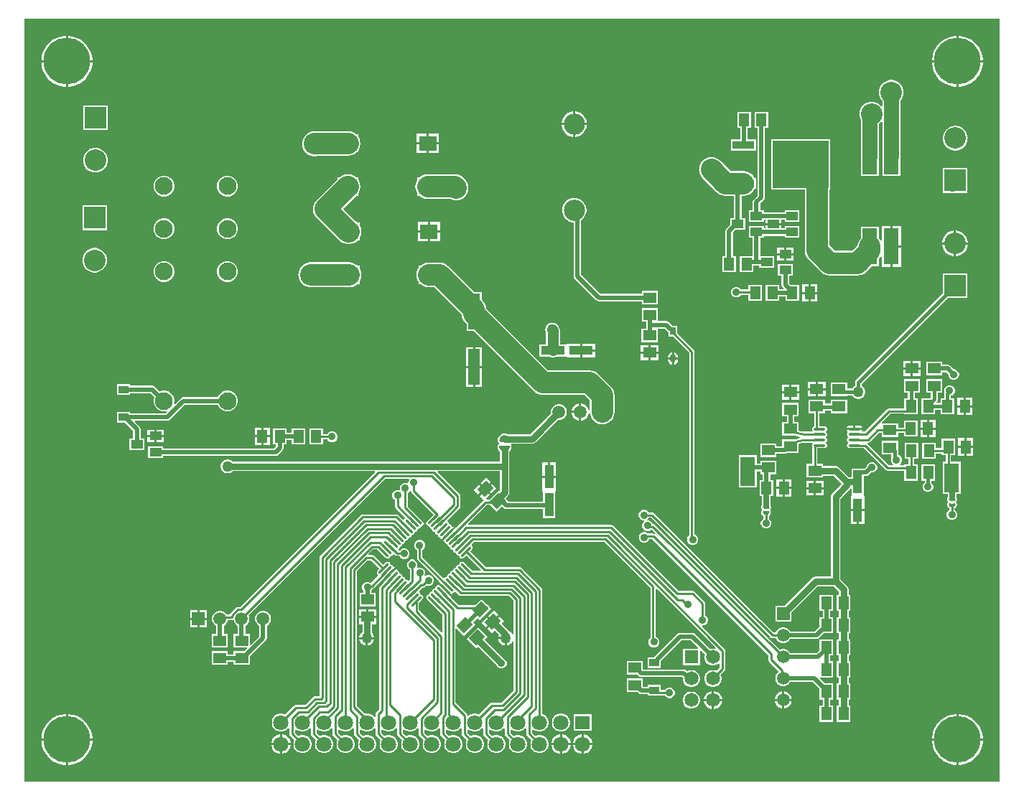
<source format=gtl>
G04*
G04 #@! TF.GenerationSoftware,Altium Limited,Altium Designer,23.2.1 (34)*
G04*
G04 Layer_Physical_Order=1*
G04 Layer_Color=255*
%FSLAX44Y44*%
%MOMM*%
G71*
G04*
G04 #@! TF.SameCoordinates,EE327AA5-93BD-4133-A13B-4ECCBC3E436C*
G04*
G04*
G04 #@! TF.FilePolarity,Positive*
G04*
G01*
G75*
%ADD14C,0.2540*%
G04:AMPARAMS|DCode=19|XSize=1.6552mm|YSize=0.2525mm|CornerRadius=0mm|HoleSize=0mm|Usage=FLASHONLY|Rotation=315.000|XOffset=0mm|YOffset=0mm|HoleType=Round|Shape=Rectangle|*
%AMROTATEDRECTD19*
4,1,4,-0.6745,0.4960,-0.4960,0.6745,0.6745,-0.4960,0.4960,-0.6745,-0.6745,0.4960,0.0*
%
%ADD19ROTATEDRECTD19*%

G04:AMPARAMS|DCode=20|XSize=1.6552mm|YSize=0.2525mm|CornerRadius=0.1262mm|HoleSize=0mm|Usage=FLASHONLY|Rotation=315.000|XOffset=0mm|YOffset=0mm|HoleType=Round|Shape=RoundedRectangle|*
%AMROUNDEDRECTD20*
21,1,1.6552,0.0000,0,0,315.0*
21,1,1.4028,0.2525,0,0,315.0*
1,1,0.2525,0.4960,-0.4960*
1,1,0.2525,-0.4960,0.4960*
1,1,0.2525,-0.4960,0.4960*
1,1,0.2525,0.4960,-0.4960*
%
%ADD20ROUNDEDRECTD20*%
G04:AMPARAMS|DCode=21|XSize=0.2525mm|YSize=1.6552mm|CornerRadius=0.1262mm|HoleSize=0mm|Usage=FLASHONLY|Rotation=315.000|XOffset=0mm|YOffset=0mm|HoleType=Round|Shape=RoundedRectangle|*
%AMROUNDEDRECTD21*
21,1,0.2525,1.4028,0,0,315.0*
21,1,0.0000,1.6552,0,0,315.0*
1,1,0.2525,-0.4960,-0.4960*
1,1,0.2525,-0.4960,-0.4960*
1,1,0.2525,0.4960,0.4960*
1,1,0.2525,0.4960,0.4960*
%
%ADD21ROUNDEDRECTD21*%
%ADD22O,1.4000X0.2800*%
%ADD23R,1.5500X1.2500*%
G04:AMPARAMS|DCode=24|XSize=1.55mm|YSize=1.25mm|CornerRadius=0mm|HoleSize=0mm|Usage=FLASHONLY|Rotation=225.000|XOffset=0mm|YOffset=0mm|HoleType=Round|Shape=Rectangle|*
%AMROTATEDRECTD24*
4,1,4,0.1061,0.9900,0.9900,0.1061,-0.1061,-0.9900,-0.9900,-0.1061,0.1061,0.9900,0.0*
%
%ADD24ROTATEDRECTD24*%

%ADD25R,1.2500X1.5500*%
%ADD26R,1.2200X0.9100*%
%ADD27R,1.1000X2.8000*%
%ADD28O,0.7620X0.5080*%
%ADD29C,0.2540*%
%ADD30R,1.7800X3.4300*%
%ADD31R,1.4000X1.0000*%
%ADD32R,0.6625X0.9575*%
G04:AMPARAMS|DCode=33|XSize=0.9575mm|YSize=0.6625mm|CornerRadius=0.3312mm|HoleSize=0mm|Usage=FLASHONLY|Rotation=270.000|XOffset=0mm|YOffset=0mm|HoleType=Round|Shape=RoundedRectangle|*
%AMROUNDEDRECTD33*
21,1,0.9575,0.0000,0,0,270.0*
21,1,0.2950,0.6625,0,0,270.0*
1,1,0.6625,0.0000,-0.1475*
1,1,0.6625,0.0000,0.1475*
1,1,0.6625,0.0000,0.1475*
1,1,0.6625,0.0000,-0.1475*
%
%ADD33ROUNDEDRECTD33*%
%ADD34R,2.1000X1.8000*%
%ADD35R,2.8000X1.1000*%
%ADD36R,1.4000X4.2000*%
%ADD37R,2.5500X0.9500*%
%ADD38R,6.6000X5.6000*%
%ADD39R,1.7800X4.2700*%
%ADD41C,0.5080*%
%ADD74C,0.2794*%
%ADD75C,0.4318*%
%ADD76C,0.7620*%
%ADD77C,2.5400*%
%ADD78C,1.2700*%
%ADD79C,1.7780*%
%ADD80C,0.4572*%
%ADD81C,0.6350*%
%ADD82C,2.5400*%
%ADD83R,2.5400X2.5400*%
%ADD84R,1.5000X1.5000*%
%ADD85C,1.5000*%
%ADD86R,1.5000X1.5000*%
%ADD87R,1.6500X1.6500*%
%ADD88C,1.6500*%
%ADD89C,1.8000*%
%ADD90R,1.8000X1.5748*%
%ADD91C,1.5190*%
%ADD92C,2.1000*%
%ADD93C,2.5000*%
%ADD94C,0.8890*%
%ADD95C,1.2700*%
%ADD96C,5.5000*%
G36*
X1150063D02*
X0D01*
Y900063D01*
X1150063D01*
Y0D01*
D02*
G37*
%LPC*%
G36*
X1102364Y880040D02*
X1101270D01*
Y851270D01*
X1130040D01*
Y852364D01*
X1129300Y857034D01*
X1127839Y861531D01*
X1125693Y865744D01*
X1122913Y869570D01*
X1119570Y872913D01*
X1115744Y875693D01*
X1111531Y877839D01*
X1107034Y879300D01*
X1102364Y880040D01*
D02*
G37*
G36*
X1098730D02*
X1097636D01*
X1092966Y879300D01*
X1088469Y877839D01*
X1084256Y875693D01*
X1080430Y872913D01*
X1077087Y869570D01*
X1074307Y865744D01*
X1072161Y861531D01*
X1070700Y857034D01*
X1069960Y852364D01*
Y851270D01*
X1098730D01*
Y880040D01*
D02*
G37*
G36*
X52364D02*
X51270D01*
Y851270D01*
X80040D01*
Y852364D01*
X79300Y857034D01*
X77839Y861531D01*
X75693Y865744D01*
X72913Y869570D01*
X69570Y872913D01*
X65744Y875693D01*
X61531Y877839D01*
X57034Y879300D01*
X52364Y880040D01*
D02*
G37*
G36*
X48730D02*
X47636D01*
X42966Y879300D01*
X38469Y877839D01*
X34256Y875693D01*
X30430Y872913D01*
X27087Y869570D01*
X24307Y865744D01*
X22161Y861531D01*
X20700Y857034D01*
X19960Y852364D01*
Y851270D01*
X48730D01*
Y880040D01*
D02*
G37*
G36*
X1130040Y848730D02*
X1101270D01*
Y819960D01*
X1102364D01*
X1107034Y820700D01*
X1111531Y822161D01*
X1115744Y824307D01*
X1119570Y827087D01*
X1122913Y830430D01*
X1125693Y834256D01*
X1127839Y838469D01*
X1129300Y842966D01*
X1130040Y847636D01*
Y848730D01*
D02*
G37*
G36*
X1098730D02*
X1069960D01*
Y847636D01*
X1070700Y842966D01*
X1072161Y838469D01*
X1074307Y834256D01*
X1077087Y830430D01*
X1080430Y827087D01*
X1084256Y824307D01*
X1088469Y822161D01*
X1092966Y820700D01*
X1097636Y819960D01*
X1098730D01*
Y848730D01*
D02*
G37*
G36*
X80040D02*
X51270D01*
Y819960D01*
X52364D01*
X57034Y820700D01*
X61531Y822161D01*
X65744Y824307D01*
X69570Y827087D01*
X72913Y830430D01*
X75693Y834256D01*
X77839Y838469D01*
X79300Y842966D01*
X80040Y847636D01*
Y848730D01*
D02*
G37*
G36*
X48730D02*
X19960D01*
Y847636D01*
X20700Y842966D01*
X22161Y838469D01*
X24307Y834256D01*
X27087Y830430D01*
X30430Y827087D01*
X34256Y824307D01*
X38469Y822161D01*
X42966Y820700D01*
X47636Y819960D01*
X48730D01*
Y848730D01*
D02*
G37*
G36*
X1024002Y828040D02*
X1020190D01*
X1016508Y827053D01*
X1013206Y825147D01*
X1010511Y822452D01*
X1008605Y819150D01*
X1007618Y815468D01*
Y811656D01*
X1008605Y807974D01*
X1010511Y804672D01*
X1011600Y803583D01*
Y797395D01*
X1010330Y797045D01*
X1007882Y799493D01*
X1004580Y801399D01*
X1000898Y802386D01*
X997086D01*
X993404Y801399D01*
X990102Y799493D01*
X987407Y796798D01*
X985501Y793496D01*
X984514Y789814D01*
Y786002D01*
X985501Y782320D01*
X986200Y781108D01*
Y737874D01*
X986190Y737798D01*
X986272Y737175D01*
Y714670D01*
X1007628D01*
Y737109D01*
X1007720Y737808D01*
Y776229D01*
X1007882Y776323D01*
X1010330Y778771D01*
X1011600Y778421D01*
Y737874D01*
X1011590Y737798D01*
X1011672Y737175D01*
Y714670D01*
X1033028D01*
Y737109D01*
X1033120Y737808D01*
Y804111D01*
X1033681Y804672D01*
X1035587Y807974D01*
X1036574Y811656D01*
Y815468D01*
X1035587Y819150D01*
X1033681Y822452D01*
X1030986Y825147D01*
X1027684Y827053D01*
X1024002Y828040D01*
D02*
G37*
G36*
X649753Y791039D02*
X649541D01*
Y777269D01*
X663311D01*
Y777480D01*
X662734Y780386D01*
X661600Y783123D01*
X659954Y785587D01*
X657859Y787682D01*
X655396Y789327D01*
X652658Y790461D01*
X649753Y791039D01*
D02*
G37*
G36*
X647001D02*
X646790D01*
X643885Y790461D01*
X641147Y789327D01*
X638684Y787682D01*
X636589Y785587D01*
X634943Y783123D01*
X633810Y780386D01*
X633232Y777480D01*
Y777269D01*
X647001D01*
Y791039D01*
D02*
G37*
G36*
X98298Y797814D02*
X69342D01*
Y768858D01*
X98298D01*
Y797814D01*
D02*
G37*
G36*
X663311Y774729D02*
X649541D01*
Y760959D01*
X649753D01*
X652658Y761537D01*
X655396Y762671D01*
X657859Y764317D01*
X659954Y766412D01*
X661600Y768875D01*
X662734Y771612D01*
X663311Y774518D01*
Y774729D01*
D02*
G37*
G36*
X647001D02*
X633232D01*
Y774518D01*
X633810Y771612D01*
X634943Y768875D01*
X636589Y766412D01*
X638684Y764317D01*
X641147Y762671D01*
X643885Y761537D01*
X646790Y760959D01*
X647001D01*
Y774729D01*
D02*
G37*
G36*
X488602Y764779D02*
X476832D01*
Y754509D01*
X488602D01*
Y764779D01*
D02*
G37*
G36*
X474292D02*
X462522D01*
Y754509D01*
X474292D01*
Y764779D01*
D02*
G37*
G36*
X856462Y790540D02*
X840406D01*
Y771485D01*
X844032D01*
Y758017D01*
X833422D01*
Y744960D01*
X862478D01*
Y758017D01*
X852837D01*
Y771485D01*
X856462D01*
Y790540D01*
D02*
G37*
G36*
X1097534Y774063D02*
X1096585Y773938D01*
X1095628D01*
X1094704Y773690D01*
X1093754Y773565D01*
X1092870Y773199D01*
X1091946Y772951D01*
X1091117Y772473D01*
X1090232Y772106D01*
X1089473Y771524D01*
X1088644Y771045D01*
X1087968Y770369D01*
X1087208Y769786D01*
X1086625Y769026D01*
X1085949Y768350D01*
X1085470Y767521D01*
X1084887Y766761D01*
X1084521Y765877D01*
X1084043Y765048D01*
X1083795Y764124D01*
X1083429Y763240D01*
X1083304Y762290D01*
X1083056Y761366D01*
Y760409D01*
X1082931Y759460D01*
X1083056Y758511D01*
Y757554D01*
X1083304Y756630D01*
X1083429Y755680D01*
X1083795Y754796D01*
X1084043Y753872D01*
X1084521Y753043D01*
X1084887Y752159D01*
X1085470Y751399D01*
X1085949Y750570D01*
X1086625Y749894D01*
X1087208Y749134D01*
X1087968Y748551D01*
X1088644Y747875D01*
X1089473Y747396D01*
X1090232Y746814D01*
X1091117Y746447D01*
X1091946Y745969D01*
X1092870Y745721D01*
X1093754Y745355D01*
X1094704Y745230D01*
X1095628Y744982D01*
X1096585D01*
X1097534Y744857D01*
X1098483Y744982D01*
X1099440D01*
X1100365Y745230D01*
X1101313Y745355D01*
X1102198Y745721D01*
X1103122Y745969D01*
X1103951Y746447D01*
X1104836Y746814D01*
X1105595Y747396D01*
X1106424Y747875D01*
X1107101Y748552D01*
X1107860Y749134D01*
X1108442Y749893D01*
X1109119Y750570D01*
X1109598Y751399D01*
X1110181Y752159D01*
X1110547Y753043D01*
X1111025Y753872D01*
X1111273Y754796D01*
X1111639Y755680D01*
X1111764Y756629D01*
X1112012Y757554D01*
Y758511D01*
X1112137Y759460D01*
X1112012Y760409D01*
Y761366D01*
X1111764Y762290D01*
X1111639Y763240D01*
X1111273Y764124D01*
X1111025Y765048D01*
X1110547Y765877D01*
X1110181Y766761D01*
X1109598Y767521D01*
X1109119Y768350D01*
X1108442Y769027D01*
X1107860Y769786D01*
X1107101Y770368D01*
X1106424Y771045D01*
X1105595Y771524D01*
X1104836Y772106D01*
X1103951Y772473D01*
X1103122Y772951D01*
X1102198Y773199D01*
X1101313Y773565D01*
X1100365Y773690D01*
X1099440Y773938D01*
X1098483D01*
X1097534Y774063D01*
D02*
G37*
G36*
X488602Y751969D02*
X476832D01*
Y741699D01*
X488602D01*
Y751969D01*
D02*
G37*
G36*
X474292D02*
X462522D01*
Y741699D01*
X474292D01*
Y751969D01*
D02*
G37*
G36*
X381562Y767842D02*
X342556D01*
X338776Y767345D01*
X335254Y765886D01*
X333142Y764265D01*
X333058Y764217D01*
X332989Y764148D01*
X332230Y763565D01*
X331622Y762957D01*
X331039Y762198D01*
X330362Y761521D01*
X329884Y760692D01*
X329301Y759933D01*
X328935Y759048D01*
X328456Y758220D01*
X328208Y757295D01*
X327842Y756411D01*
X327717Y755462D01*
X327469Y754537D01*
Y753580D01*
X327345Y752631D01*
X327469Y751682D01*
Y750725D01*
X327717Y749800D01*
X327842Y748852D01*
X328208Y747968D01*
X328456Y747043D01*
X328935Y746214D01*
X329301Y745330D01*
X329884Y744570D01*
X330362Y743742D01*
X331039Y743065D01*
X331622Y742305D01*
X332381Y741723D01*
X333058Y741046D01*
X333887Y740567D01*
X334646Y739985D01*
X335530Y739619D01*
X336359Y739140D01*
X337284Y738892D01*
X338168Y738526D01*
X339117Y738401D01*
X340041Y738153D01*
X340998D01*
X341948Y738028D01*
X342896Y738153D01*
X343854D01*
X344778Y738401D01*
X345727Y738526D01*
X345994Y738636D01*
X381562D01*
X385341Y739134D01*
X388863Y740593D01*
X391298Y742461D01*
X393840D01*
Y745458D01*
X394208Y745938D01*
X395667Y749460D01*
X396165Y753239D01*
X395667Y757019D01*
X394208Y760541D01*
X393840Y761021D01*
Y764017D01*
X391298D01*
X388863Y765886D01*
X385341Y767345D01*
X381562Y767842D01*
D02*
G37*
G36*
X85726Y747814D02*
X81914D01*
X78232Y746827D01*
X74930Y744921D01*
X72235Y742226D01*
X70329Y738924D01*
X69342Y735242D01*
Y731430D01*
X70329Y727748D01*
X72235Y724446D01*
X74930Y721751D01*
X78232Y719845D01*
X81914Y718858D01*
X85726D01*
X89408Y719845D01*
X92710Y721751D01*
X95405Y724446D01*
X97311Y727748D01*
X98298Y731430D01*
Y735242D01*
X97311Y738924D01*
X95405Y742226D01*
X92710Y744921D01*
X89408Y746827D01*
X85726Y747814D01*
D02*
G37*
G36*
X1112012Y723938D02*
X1083056D01*
Y694982D01*
X1112012D01*
Y723938D01*
D02*
G37*
G36*
X241018Y715125D02*
X237785D01*
X234662Y714288D01*
X231863Y712672D01*
X229577Y710386D01*
X227960Y707586D01*
X227124Y704464D01*
Y701231D01*
X227960Y698108D01*
X229577Y695308D01*
X231863Y693022D01*
X234662Y691406D01*
X237785Y690569D01*
X241018D01*
X244141Y691406D01*
X246940Y693022D01*
X249226Y695308D01*
X250843Y698108D01*
X251680Y701231D01*
Y704464D01*
X250843Y707586D01*
X249226Y710386D01*
X246940Y712672D01*
X244141Y714288D01*
X241018Y715125D01*
D02*
G37*
G36*
X166018D02*
X162785D01*
X159662Y714288D01*
X156863Y712672D01*
X154577Y710386D01*
X152960Y707586D01*
X152123Y704464D01*
Y701231D01*
X152960Y698108D01*
X154577Y695308D01*
X156863Y693022D01*
X159662Y691406D01*
X162785Y690569D01*
X166018D01*
X169141Y691406D01*
X171940Y693022D01*
X174226Y695308D01*
X175843Y698108D01*
X176679Y701231D01*
Y704464D01*
X175843Y707586D01*
X174226Y710386D01*
X171940Y712672D01*
X169141Y714288D01*
X166018Y715125D01*
D02*
G37*
G36*
X507563Y716842D02*
X475562D01*
X471782Y716345D01*
X468260Y714886D01*
X465825Y713017D01*
X463284D01*
Y710021D01*
X462915Y709541D01*
X461456Y706019D01*
X460959Y702239D01*
X461456Y698460D01*
X462915Y694938D01*
X463284Y694457D01*
Y691461D01*
X465825D01*
X468260Y689593D01*
X471782Y688134D01*
X475562Y687636D01*
X502836D01*
X503428Y687295D01*
X504352Y687047D01*
X505237Y686681D01*
X506185Y686556D01*
X507110Y686308D01*
X508067D01*
X509016Y686183D01*
X509965Y686308D01*
X510922D01*
X511847Y686556D01*
X512795Y686681D01*
X513680Y687047D01*
X514604Y687295D01*
X515433Y687773D01*
X516317Y688139D01*
X517077Y688722D01*
X517906Y689201D01*
X518583Y689877D01*
X519342Y690460D01*
X519925Y691219D01*
X520601Y691896D01*
X521080Y692725D01*
X521662Y693484D01*
X522029Y694369D01*
X522507Y695198D01*
X522755Y696122D01*
X523121Y697007D01*
X523246Y697955D01*
X523494Y698880D01*
Y699837D01*
X523619Y700786D01*
X523494Y701735D01*
Y702692D01*
X523246Y703616D01*
X523121Y704566D01*
X522755Y705450D01*
X522507Y706374D01*
X522029Y707203D01*
X521662Y708087D01*
X521080Y708847D01*
X520601Y709676D01*
X519924Y710353D01*
X519342Y711112D01*
X517889Y712565D01*
X514864Y714886D01*
X511342Y716345D01*
X507563Y716842D01*
D02*
G37*
G36*
X876962Y790540D02*
X860906D01*
Y771485D01*
X864531D01*
Y691652D01*
X860057Y687177D01*
X859103Y685749D01*
X858768Y684064D01*
Y674356D01*
X854392D01*
Y660800D01*
X871948D01*
Y663176D01*
X873540D01*
Y659384D01*
X883080D01*
X892620D01*
Y663176D01*
X896302D01*
Y660836D01*
X913858D01*
Y674392D01*
X896302D01*
Y671981D01*
X871948D01*
Y674356D01*
X867573D01*
Y682241D01*
X872047Y686715D01*
X873001Y688143D01*
X873337Y689828D01*
Y771485D01*
X876962D01*
Y790540D01*
D02*
G37*
G36*
X892620Y656844D02*
X883080D01*
X873540D01*
Y652980D01*
X871948D01*
Y655356D01*
X854392D01*
Y641800D01*
X858768D01*
Y620362D01*
X843470D01*
Y601306D01*
X859526D01*
Y608717D01*
X866428D01*
Y606342D01*
X883984D01*
Y619898D01*
X867573D01*
Y641800D01*
X871948D01*
Y644175D01*
X896302D01*
Y641836D01*
X913858D01*
Y655392D01*
X896302D01*
Y652980D01*
X892620D01*
Y656844D01*
D02*
G37*
G36*
X97282Y679920D02*
X68326D01*
Y650964D01*
X97282D01*
Y679920D01*
D02*
G37*
G36*
X489872Y660639D02*
X478102D01*
Y650369D01*
X489872D01*
Y660639D01*
D02*
G37*
G36*
X475562D02*
X463792D01*
Y650369D01*
X475562D01*
Y660639D01*
D02*
G37*
G36*
X241018Y664725D02*
X237785D01*
X234662Y663888D01*
X231863Y662272D01*
X229577Y659986D01*
X227960Y657186D01*
X227124Y654063D01*
Y650831D01*
X227960Y647708D01*
X229577Y644908D01*
X231863Y642622D01*
X234662Y641006D01*
X237785Y640169D01*
X241018D01*
X244141Y641006D01*
X246940Y642622D01*
X249226Y644908D01*
X250843Y647708D01*
X251680Y650831D01*
Y654063D01*
X250843Y657186D01*
X249226Y659986D01*
X246940Y662272D01*
X244141Y663888D01*
X241018Y664725D01*
D02*
G37*
G36*
X166018D02*
X162785D01*
X159662Y663888D01*
X156863Y662272D01*
X154577Y659986D01*
X152960Y657186D01*
X152123Y654063D01*
Y650831D01*
X152960Y647708D01*
X154577Y644908D01*
X156863Y642622D01*
X159662Y641006D01*
X162785Y640169D01*
X166018D01*
X169141Y641006D01*
X171940Y642622D01*
X174226Y644908D01*
X175843Y647708D01*
X176679Y650831D01*
Y654063D01*
X175843Y657186D01*
X174226Y659986D01*
X171940Y662272D01*
X169141Y663888D01*
X166018Y664725D01*
D02*
G37*
G36*
X489872Y647829D02*
X478102D01*
Y637559D01*
X489872D01*
Y647829D01*
D02*
G37*
G36*
X475562D02*
X463792D01*
Y637559D01*
X475562D01*
Y647829D01*
D02*
G37*
G36*
X1098781Y650456D02*
X1098550D01*
Y636486D01*
X1112520D01*
Y636717D01*
X1111934Y639661D01*
X1110786Y642435D01*
X1109118Y644931D01*
X1106995Y647054D01*
X1104499Y648721D01*
X1101725Y649870D01*
X1098781Y650456D01*
D02*
G37*
G36*
X1096010D02*
X1095779D01*
X1092835Y649870D01*
X1090061Y648721D01*
X1087565Y647054D01*
X1085442Y644931D01*
X1083774Y642435D01*
X1082626Y639661D01*
X1082040Y636717D01*
Y636486D01*
X1096010D01*
Y650456D01*
D02*
G37*
G36*
X381562Y716842D02*
X381217D01*
X377438Y716345D01*
X373916Y714886D01*
X371481Y713017D01*
X369284D01*
Y710957D01*
X344576Y686249D01*
X343993Y685490D01*
X343316Y684813D01*
X342838Y683984D01*
X342255Y683225D01*
X341889Y682340D01*
X341410Y681512D01*
X341162Y680587D01*
X340796Y679703D01*
X340671Y678754D01*
X340424Y677829D01*
Y676872D01*
X340299Y675923D01*
X340424Y674974D01*
Y674017D01*
X340671Y673093D01*
X340796Y672144D01*
X341162Y671260D01*
X341410Y670335D01*
X341889Y669506D01*
X342255Y668622D01*
X342838Y667862D01*
X343316Y667033D01*
X343993Y666357D01*
X344576Y665597D01*
X370554Y639619D01*
Y638321D01*
X371989D01*
X374424Y636453D01*
X377946Y634994D01*
X381725Y634496D01*
X382832D01*
X386611Y634994D01*
X390133Y636453D01*
X392568Y638321D01*
X395110D01*
Y641318D01*
X395478Y641798D01*
X396937Y645320D01*
X397435Y649099D01*
X396937Y652879D01*
X395478Y656401D01*
X395110Y656881D01*
Y659877D01*
X392568D01*
X390133Y661746D01*
X389446Y662031D01*
X375553Y675923D01*
X390407Y690777D01*
X391298Y691461D01*
X393840D01*
Y694457D01*
X394208Y694938D01*
X395667Y698460D01*
X396165Y702239D01*
X395667Y706019D01*
X394208Y709541D01*
X393840Y710021D01*
Y713017D01*
X391298D01*
X388863Y714886D01*
X385341Y716345D01*
X381562Y716842D01*
D02*
G37*
G36*
X1033790Y655588D02*
X1023620D01*
Y632968D01*
X1033790D01*
Y655588D01*
D02*
G37*
G36*
X906746Y630160D02*
X898476D01*
Y623890D01*
X906746D01*
Y630160D01*
D02*
G37*
G36*
X895936D02*
X887666D01*
Y623890D01*
X895936D01*
Y630160D01*
D02*
G37*
G36*
X1112520Y633946D02*
X1098550D01*
Y619976D01*
X1098781D01*
X1101725Y620562D01*
X1104499Y621711D01*
X1106995Y623378D01*
X1109118Y625501D01*
X1110786Y627997D01*
X1111934Y630771D01*
X1112520Y633715D01*
Y633946D01*
D02*
G37*
G36*
X1096010D02*
X1082040D01*
Y633715D01*
X1082626Y630771D01*
X1083774Y627997D01*
X1085442Y625501D01*
X1087565Y623378D01*
X1090061Y621711D01*
X1092835Y620562D01*
X1095779Y619976D01*
X1096010D01*
Y633946D01*
D02*
G37*
G36*
X906746Y621350D02*
X898476D01*
Y615080D01*
X906746D01*
Y621350D01*
D02*
G37*
G36*
X895936D02*
X887666D01*
Y615080D01*
X895936D01*
Y621350D01*
D02*
G37*
G36*
X1033790Y630428D02*
X1023620D01*
Y607808D01*
X1033790D01*
Y630428D01*
D02*
G37*
G36*
X949728Y758466D02*
X880172D01*
Y698911D01*
X920083D01*
Y626765D01*
X920581Y622985D01*
X922039Y619464D01*
X924360Y616439D01*
X939239Y601560D01*
X942263Y599240D01*
X945785Y597781D01*
X949565Y597283D01*
X982071D01*
X985851Y597781D01*
X989372Y599240D01*
X992397Y601560D01*
X999407Y608570D01*
X1007628D01*
Y616898D01*
X1009596Y619464D01*
X1009664Y619627D01*
X1010910Y619380D01*
Y607808D01*
X1021080D01*
Y631698D01*
Y655588D01*
X1010910D01*
Y639083D01*
X1009664Y638835D01*
X1009596Y638999D01*
X1007628Y641565D01*
Y654826D01*
X986272D01*
Y641565D01*
X984304Y638999D01*
X982845Y635477D01*
X982516Y632983D01*
X976022Y626489D01*
X955614D01*
X949289Y632814D01*
Y698911D01*
X949728D01*
Y758466D01*
D02*
G37*
G36*
X810006Y737233D02*
X809057Y737108D01*
X808100D01*
X807175Y736860D01*
X806227Y736735D01*
X805342Y736369D01*
X804418Y736121D01*
X803589Y735643D01*
X802704Y735276D01*
X801945Y734694D01*
X801116Y734215D01*
X800439Y733538D01*
X799680Y732956D01*
X799098Y732197D01*
X798421Y731520D01*
X797942Y730691D01*
X797359Y729931D01*
X796993Y729047D01*
X796515Y728218D01*
X796267Y727294D01*
X795901Y726410D01*
X795776Y725461D01*
X795528Y724536D01*
Y723579D01*
X795403Y722630D01*
X795528Y721681D01*
Y720724D01*
X795776Y719799D01*
X795901Y718850D01*
X796267Y717966D01*
X796515Y717042D01*
X796993Y716213D01*
X797359Y715329D01*
X797942Y714569D01*
X798421Y713740D01*
X799098Y713063D01*
X799680Y712304D01*
X816422Y695563D01*
X819446Y693242D01*
X822968Y691783D01*
X826748Y691285D01*
X836767D01*
Y664856D01*
X832392D01*
Y657526D01*
X827885Y653019D01*
X826931Y651591D01*
X826596Y649906D01*
Y620362D01*
X822970D01*
Y601306D01*
X839026D01*
Y620362D01*
X835401D01*
Y648083D01*
X838618Y651300D01*
X849948D01*
Y664856D01*
X845572D01*
Y691285D01*
X847950D01*
X851730Y691783D01*
X855251Y693242D01*
X858276Y695563D01*
X860596Y698587D01*
X860917Y699360D01*
X862478D01*
Y705319D01*
X862553Y705888D01*
X862478Y706458D01*
Y712416D01*
X860917D01*
X860596Y713190D01*
X858276Y716214D01*
X855251Y718535D01*
X851730Y719994D01*
X847950Y720491D01*
X832796D01*
X820332Y732956D01*
X819573Y733538D01*
X818896Y734215D01*
X818067Y734694D01*
X817308Y735276D01*
X816423Y735643D01*
X815594Y736121D01*
X814670Y736369D01*
X813785Y736735D01*
X812837Y736860D01*
X811912Y737108D01*
X810955D01*
X810006Y737233D01*
D02*
G37*
G36*
X84710Y629920D02*
X80898D01*
X77216Y628933D01*
X73914Y627027D01*
X71219Y624332D01*
X69313Y621030D01*
X68326Y617348D01*
Y613536D01*
X69313Y609854D01*
X71219Y606552D01*
X73914Y603857D01*
X77216Y601951D01*
X80898Y600964D01*
X84710D01*
X88392Y601951D01*
X91694Y603857D01*
X94389Y606552D01*
X96295Y609854D01*
X97282Y613536D01*
Y617348D01*
X96295Y621030D01*
X94389Y624332D01*
X91694Y627027D01*
X88392Y628933D01*
X84710Y629920D01*
D02*
G37*
G36*
X241018Y614325D02*
X237785D01*
X234662Y613489D01*
X231863Y611872D01*
X229577Y609586D01*
X227960Y606786D01*
X227124Y603664D01*
Y600431D01*
X227960Y597308D01*
X229577Y594508D01*
X231863Y592222D01*
X234662Y590606D01*
X237785Y589769D01*
X241018D01*
X244141Y590606D01*
X246940Y592222D01*
X249226Y594508D01*
X250843Y597308D01*
X251680Y600431D01*
Y603664D01*
X250843Y606786D01*
X249226Y609586D01*
X246940Y611872D01*
X244141Y613489D01*
X241018Y614325D01*
D02*
G37*
G36*
X166018D02*
X162785D01*
X159662Y613489D01*
X156863Y611872D01*
X154577Y609586D01*
X152960Y606786D01*
X152123Y603664D01*
Y600431D01*
X152960Y597308D01*
X154577Y594508D01*
X156863Y592222D01*
X159662Y590606D01*
X162785Y589769D01*
X166018D01*
X169141Y590606D01*
X171940Y592222D01*
X174226Y594508D01*
X175843Y597308D01*
X176679Y600431D01*
Y603664D01*
X175843Y606786D01*
X174226Y609586D01*
X171940Y611872D01*
X169141Y613489D01*
X166018Y614325D01*
D02*
G37*
G36*
X382478Y613056D02*
X337630D01*
X336680Y612931D01*
X335723D01*
X334799Y612683D01*
X333850Y612559D01*
X332966Y612192D01*
X332041Y611945D01*
X331212Y611466D01*
X330328Y611100D01*
X329569Y610517D01*
X328740Y610038D01*
X328063Y609362D01*
X327304Y608779D01*
X326721Y608020D01*
X326044Y607343D01*
X325566Y606514D01*
X324983Y605755D01*
X324617Y604870D01*
X324138Y604041D01*
X323890Y603117D01*
X323524Y602233D01*
X323399Y601284D01*
X323152Y600359D01*
Y599402D01*
X323027Y598453D01*
X323152Y597504D01*
Y596547D01*
X323399Y595623D01*
X323524Y594674D01*
X323890Y593789D01*
X324138Y592865D01*
X324617Y592036D01*
X324983Y591152D01*
X325566Y590392D01*
X326044Y589563D01*
X326721Y588887D01*
X327304Y588127D01*
X328063Y587545D01*
X328740Y586868D01*
X329569Y586389D01*
X330328Y585807D01*
X331212Y585440D01*
X332041Y584962D01*
X332966Y584714D01*
X333850Y584348D01*
X334799Y584223D01*
X335723Y583975D01*
X336680D01*
X337630Y583850D01*
X380142D01*
X382832Y583496D01*
X386611Y583994D01*
X390133Y585453D01*
X392568Y587321D01*
X395110D01*
Y590317D01*
X395478Y590798D01*
X396937Y594320D01*
X397435Y598099D01*
X396937Y601879D01*
X395478Y605401D01*
X395110Y605881D01*
Y608877D01*
X392676D01*
X389779Y611100D01*
X386257Y612559D01*
X382478Y613056D01*
D02*
G37*
G36*
X905984Y610398D02*
X888428D01*
Y596842D01*
X892803D01*
Y586512D01*
X893139Y584827D01*
X894093Y583399D01*
X895118Y582374D01*
X894632Y581200D01*
X890260D01*
Y586326D01*
X874204D01*
Y567270D01*
X890260D01*
Y572395D01*
X897392D01*
Y567270D01*
X913448D01*
Y586326D01*
X903618D01*
X901609Y588336D01*
Y596842D01*
X905984D01*
Y610398D01*
D02*
G37*
G36*
X869760Y586326D02*
X853704D01*
Y581051D01*
X844865D01*
X844746Y581339D01*
X842995Y583089D01*
X840708Y584037D01*
X838232D01*
X835945Y583089D01*
X834194Y581339D01*
X833247Y579052D01*
Y576576D01*
X834194Y574289D01*
X835945Y572538D01*
X838232Y571591D01*
X840708D01*
X842995Y572538D01*
X844746Y574289D01*
X844865Y574577D01*
X853704D01*
Y567270D01*
X869760D01*
Y586326D01*
D02*
G37*
G36*
X934710Y587088D02*
X927190D01*
Y578068D01*
X934710D01*
Y587088D01*
D02*
G37*
G36*
X924650D02*
X917130D01*
Y578068D01*
X924650D01*
Y587088D01*
D02*
G37*
G36*
X934710Y575528D02*
X927190D01*
Y566508D01*
X934710D01*
Y575528D01*
D02*
G37*
G36*
X924650D02*
X917130D01*
Y566508D01*
X924650D01*
Y575528D01*
D02*
G37*
G36*
X650151Y688677D02*
X646392D01*
X642760Y687704D01*
X639505Y685824D01*
X636846Y683166D01*
X634967Y679910D01*
X633993Y676279D01*
Y672520D01*
X634967Y668888D01*
X636846Y665632D01*
X639505Y662974D01*
X642760Y661094D01*
X646392Y660121D01*
X647680D01*
Y596674D01*
X648016Y594989D01*
X648970Y593561D01*
X674278Y568252D01*
X675707Y567298D01*
X677392Y566963D01*
X677392Y566963D01*
X728151D01*
Y563337D01*
X747207D01*
Y579393D01*
X728151D01*
Y575768D01*
X679215D01*
X656486Y598497D01*
Y662655D01*
X657038Y662974D01*
X659697Y665632D01*
X661577Y668888D01*
X662550Y672520D01*
Y676279D01*
X661577Y679910D01*
X659697Y683166D01*
X657038Y685824D01*
X653783Y687704D01*
X650151Y688677D01*
D02*
G37*
G36*
X657564Y517085D02*
Y510315D01*
X672834D01*
Y517085D01*
X657564D01*
D02*
G37*
G36*
X747461Y515205D02*
X738441D01*
Y507685D01*
X747461D01*
Y515205D01*
D02*
G37*
G36*
X735901D02*
X726881D01*
Y507685D01*
X735901D01*
Y515205D01*
D02*
G37*
G36*
X672834Y507775D02*
X657564D01*
Y501005D01*
X672834D01*
Y507775D01*
D02*
G37*
G36*
X622300Y541852D02*
X621768Y541782D01*
X621230D01*
X620711Y541643D01*
X620178Y541573D01*
X619682Y541367D01*
X619163Y541228D01*
X618697Y540959D01*
X618201Y540754D01*
X617775Y540427D01*
X617309Y540158D01*
X616929Y539778D01*
X616503Y539451D01*
X616176Y539025D01*
X615796Y538645D01*
X615527Y538179D01*
X615200Y537753D01*
X614995Y537257D01*
X614726Y536791D01*
X614587Y536272D01*
X614381Y535776D01*
X614311Y535243D01*
X614172Y534724D01*
Y534187D01*
X614102Y533654D01*
X614172Y533121D01*
Y532584D01*
X614311Y532065D01*
X614381Y531532D01*
X614587Y531036D01*
X614726Y530517D01*
X614887Y530238D01*
Y516323D01*
X607307D01*
Y501767D01*
X619416D01*
X620963Y501126D01*
X623085Y500847D01*
X625207Y501126D01*
X626754Y501767D01*
X638484D01*
X638800Y501767D01*
X639754Y501005D01*
X639817Y501005D01*
X655024D01*
Y509045D01*
Y517085D01*
X639754Y517085D01*
X638800Y516323D01*
X638484Y516323D01*
X631283D01*
Y532869D01*
X631004Y534991D01*
X630185Y536968D01*
X628882Y538666D01*
X628097Y539451D01*
X627671Y539778D01*
X627291Y540158D01*
X626825Y540427D01*
X626399Y540754D01*
X625903Y540959D01*
X625437Y541228D01*
X624918Y541367D01*
X624422Y541573D01*
X623889Y541643D01*
X623370Y541782D01*
X622832D01*
X622300Y541852D01*
D02*
G37*
G36*
X765873Y506835D02*
Y500915D01*
X770571D01*
Y501120D01*
X770116Y503404D01*
X768823Y505340D01*
X766887Y506633D01*
X765873Y506835D01*
D02*
G37*
G36*
X763334D02*
X762320Y506633D01*
X760384Y505340D01*
X759091Y503404D01*
X758636Y501120D01*
Y500915D01*
X763334D01*
Y506835D01*
D02*
G37*
G36*
X747461Y505145D02*
X738441D01*
Y497625D01*
X747461D01*
Y505145D01*
D02*
G37*
G36*
X735901D02*
X726881D01*
Y497625D01*
X735901D01*
Y505145D01*
D02*
G37*
G36*
X770571Y498376D02*
X765873D01*
Y492456D01*
X766887Y492658D01*
X768823Y493951D01*
X770116Y495887D01*
X770571Y498171D01*
Y498376D01*
D02*
G37*
G36*
X763334D02*
X758636D01*
Y498171D01*
X759091Y495887D01*
X760384Y493951D01*
X762320Y492658D01*
X763334Y492456D01*
Y498376D01*
D02*
G37*
G36*
X539701Y512867D02*
X531432D01*
Y490597D01*
X539701D01*
Y512867D01*
D02*
G37*
G36*
X528891D02*
X520621D01*
Y490597D01*
X528891D01*
Y512867D01*
D02*
G37*
G36*
X1056770Y496560D02*
X1047750D01*
Y489040D01*
X1056770D01*
Y496560D01*
D02*
G37*
G36*
X1045210D02*
X1036190D01*
Y489040D01*
X1045210D01*
Y496560D01*
D02*
G37*
G36*
X1056770Y486500D02*
X1047750D01*
Y478980D01*
X1056770D01*
Y486500D01*
D02*
G37*
G36*
X1045210D02*
X1036190D01*
Y478980D01*
X1045210D01*
Y486500D01*
D02*
G37*
G36*
X1082424Y495798D02*
X1063368D01*
Y479742D01*
X1082424D01*
Y483367D01*
X1086730D01*
X1089533Y480565D01*
Y479330D01*
X1090480Y477043D01*
X1092231Y475292D01*
X1094518Y474345D01*
X1096994D01*
X1099281Y475292D01*
X1101032Y477043D01*
X1101979Y479330D01*
Y481806D01*
X1101032Y484093D01*
X1099281Y485844D01*
X1096994Y486791D01*
X1095759D01*
X1091667Y490883D01*
X1090239Y491837D01*
X1088554Y492173D01*
X1082424D01*
Y495798D01*
D02*
G37*
G36*
X539701Y488057D02*
X531432D01*
Y465787D01*
X539701D01*
Y488057D01*
D02*
G37*
G36*
X528891D02*
X520621D01*
Y465787D01*
X528891D01*
Y488057D01*
D02*
G37*
G36*
X944502Y472176D02*
X935482D01*
Y464656D01*
X944502D01*
Y472176D01*
D02*
G37*
G36*
X932942D02*
X923922D01*
Y464656D01*
X932942D01*
Y472176D01*
D02*
G37*
G36*
X1111758Y599694D02*
X1082802D01*
Y576598D01*
X980431Y474227D01*
X979533Y472883D01*
X979217Y471297D01*
Y467060D01*
X978243Y466498D01*
X976730Y464985D01*
X976194Y464056D01*
X969902D01*
Y471414D01*
X950846D01*
Y455358D01*
X969902D01*
Y455768D01*
X976288D01*
X976730Y455003D01*
X978243Y453490D01*
X980097Y452420D01*
X982164Y451866D01*
X984304D01*
X986371Y452420D01*
X988225Y453490D01*
X989738Y455003D01*
X990808Y456857D01*
X991362Y458924D01*
Y461064D01*
X990808Y463131D01*
X989738Y464985D01*
X988225Y466498D01*
X987505Y466914D01*
Y469581D01*
X1088662Y570738D01*
X1111758D01*
Y599694D01*
D02*
G37*
G36*
X913467Y468601D02*
X904447D01*
Y461081D01*
X913467D01*
Y468601D01*
D02*
G37*
G36*
X901907D02*
X892887D01*
Y461081D01*
X901907D01*
Y468601D01*
D02*
G37*
G36*
X944502Y462116D02*
X935482D01*
Y454596D01*
X944502D01*
Y462116D01*
D02*
G37*
G36*
X932942D02*
X923922D01*
Y454596D01*
X932942D01*
Y462116D01*
D02*
G37*
G36*
X913467Y458541D02*
X904447D01*
Y451021D01*
X913467D01*
Y458541D01*
D02*
G37*
G36*
X901907D02*
X892887D01*
Y451021D01*
X901907D01*
Y458541D01*
D02*
G37*
G36*
X969902Y450914D02*
X950846D01*
Y446138D01*
X943740D01*
Y450914D01*
X924684D01*
Y434858D01*
X930975D01*
Y419443D01*
X930748Y419398D01*
X929697Y418695D01*
X928994Y417644D01*
X928748Y416404D01*
X928994Y415164D01*
X929497Y414411D01*
X929127Y413387D01*
X928935Y413141D01*
X919417D01*
X919315Y413121D01*
X915562Y413491D01*
X912705Y414357D01*
Y424659D01*
X907580D01*
Y431283D01*
X912705D01*
Y447339D01*
X893649D01*
Y431283D01*
X898774D01*
Y424659D01*
X893649D01*
Y408603D01*
X909363D01*
X909364Y408602D01*
X914292Y407107D01*
X914302Y405830D01*
X912055Y405291D01*
X909322Y404159D01*
X893649D01*
Y395798D01*
X886543D01*
Y399423D01*
X867487D01*
Y383367D01*
X886543D01*
Y386992D01*
X896941D01*
X898626Y387327D01*
X899786Y388103D01*
X912705D01*
Y398635D01*
X916515Y399790D01*
X920603Y400193D01*
X920736Y400167D01*
X928935D01*
X929128Y399921D01*
X929497Y398897D01*
X928994Y398144D01*
X928937Y397855D01*
X928935Y397853D01*
X928689Y396614D01*
Y375148D01*
X922398D01*
Y359092D01*
X941454D01*
Y361423D01*
X954114D01*
X963747Y351790D01*
X952535Y340579D01*
X951300Y338730D01*
X950867Y336550D01*
Y242171D01*
X932688D01*
X930508Y241738D01*
X928659Y240503D01*
X895809Y207652D01*
X885310D01*
Y189096D01*
X903866D01*
Y199594D01*
X935048Y230777D01*
X954204D01*
X960355Y224626D01*
Y220602D01*
X958024D01*
Y201546D01*
X960355D01*
Y194440D01*
X958024D01*
Y175384D01*
X960355D01*
Y168278D01*
X958024D01*
Y149222D01*
X960355D01*
Y142370D01*
X958024D01*
Y123314D01*
X960355D01*
Y116208D01*
X958024D01*
Y97152D01*
X960355D01*
Y90046D01*
X958024D01*
Y70990D01*
X974080D01*
Y90046D01*
X971750D01*
Y97152D01*
X974080D01*
Y116208D01*
X971750D01*
Y123314D01*
X974080D01*
Y142370D01*
X971750D01*
Y149222D01*
X974080D01*
Y168278D01*
X971749D01*
Y175384D01*
X974080D01*
Y194440D01*
X971750D01*
Y201546D01*
X974080D01*
Y220602D01*
X971750D01*
Y226986D01*
X971316Y229166D01*
X970081Y231015D01*
X962262Y238834D01*
Y334190D01*
X973706Y345635D01*
X973924Y345961D01*
X975194Y345575D01*
Y338517D01*
X975194Y338201D01*
X974432Y337247D01*
X974432Y337184D01*
Y321977D01*
X982472D01*
X990512D01*
X990512Y337247D01*
X989750Y338201D01*
X989750Y338517D01*
Y360974D01*
X992487D01*
X994172Y361309D01*
X995601Y362263D01*
X998208Y364871D01*
X1000474D01*
X1002761Y365818D01*
X1004512Y367569D01*
X1005459Y369856D01*
Y372332D01*
X1004512Y374619D01*
X1002761Y376370D01*
X1000474Y377317D01*
X997998D01*
X995711Y376370D01*
X993960Y374619D01*
X993013Y372332D01*
Y372128D01*
X990664Y369779D01*
X985432D01*
X985007Y369695D01*
X975194D01*
Y359614D01*
X972038D01*
X960503Y371149D01*
X958654Y372384D01*
X956474Y372817D01*
X941454D01*
Y375148D01*
X935163D01*
Y393664D01*
X943188D01*
X944428Y393910D01*
X945479Y394613D01*
X946182Y395664D01*
X946428Y396904D01*
X946182Y398144D01*
X945479Y399195D01*
X945187Y399390D01*
Y400918D01*
X945479Y401113D01*
X946182Y402164D01*
X946428Y403404D01*
X946182Y404644D01*
X945479Y405695D01*
X945187Y405890D01*
Y407418D01*
X945479Y407613D01*
X946182Y408664D01*
X946428Y409904D01*
X946182Y411144D01*
X945479Y412195D01*
X945187Y412390D01*
Y413918D01*
X945479Y414113D01*
X946182Y415164D01*
X946428Y416404D01*
X946182Y417644D01*
X945479Y418695D01*
X944428Y419398D01*
X943188Y419644D01*
X937449D01*
Y434858D01*
X943740D01*
Y438110D01*
X950846D01*
Y434858D01*
X969902D01*
Y450914D01*
D02*
G37*
G36*
X1117680Y453266D02*
X1110160D01*
Y444246D01*
X1117680D01*
Y453266D01*
D02*
G37*
G36*
X1107620D02*
X1100100D01*
Y444246D01*
X1107620D01*
Y453266D01*
D02*
G37*
G36*
X489333Y612702D02*
X476832D01*
X473052Y612205D01*
X469530Y610746D01*
X467095Y608877D01*
X464554D01*
Y605881D01*
X464185Y605401D01*
X462726Y601879D01*
X462229Y598099D01*
X462726Y594320D01*
X464185Y590798D01*
X464554Y590317D01*
Y587321D01*
X467095D01*
X469530Y585453D01*
X473052Y583994D01*
X476832Y583496D01*
X483285D01*
X515687Y551094D01*
X516056Y548292D01*
X517515Y544770D01*
X519836Y541745D01*
X521384Y540197D01*
Y531893D01*
X529688D01*
X600991Y460590D01*
X604015Y458270D01*
X607537Y456811D01*
X611317Y456313D01*
X660364D01*
X666689Y449988D01*
Y437755D01*
X665426Y437735D01*
X664736Y440313D01*
X663401Y442624D01*
X661515Y444511D01*
X659203Y445845D01*
X656626Y446536D01*
X656562D01*
Y436401D01*
Y426266D01*
X656626D01*
X659203Y426957D01*
X661515Y428291D01*
X663401Y430178D01*
X664736Y432489D01*
X665426Y435067D01*
Y436382D01*
X666689Y436401D01*
X667186Y432622D01*
X668645Y429100D01*
X670966Y426075D01*
X673990Y423755D01*
X677512Y422296D01*
X681291Y421798D01*
X685071Y422296D01*
X688593Y423755D01*
X691617Y426075D01*
X693938Y429100D01*
X695397Y432622D01*
X695894Y436401D01*
Y456037D01*
X695397Y459817D01*
X693938Y463339D01*
X691617Y466363D01*
X676738Y481242D01*
X673714Y483563D01*
X670192Y485021D01*
X666412Y485519D01*
X617365D01*
X544636Y558249D01*
X544267Y561051D01*
X542808Y564573D01*
X540487Y567597D01*
X538940Y569145D01*
Y577449D01*
X530635D01*
X499659Y608425D01*
X496635Y610746D01*
X493113Y612205D01*
X489333Y612702D01*
D02*
G37*
G36*
X654022Y446536D02*
X653957D01*
X651379Y445845D01*
X649069Y444511D01*
X647181Y442624D01*
X645847Y440313D01*
X645156Y437735D01*
Y437671D01*
X654022D01*
Y446536D01*
D02*
G37*
G36*
X124782Y469239D02*
X109025D01*
Y456583D01*
X124782D01*
Y458509D01*
X149114D01*
X153134Y454488D01*
X152960Y454186D01*
X152123Y451064D01*
Y447831D01*
X152960Y444708D01*
X154577Y441908D01*
X156863Y439622D01*
X159662Y438006D01*
X162785Y437169D01*
X166018D01*
X167491Y437564D01*
X168148Y436425D01*
X166337Y434614D01*
X124782D01*
Y436539D01*
X109025D01*
Y423883D01*
X118555D01*
X128171Y414268D01*
Y405333D01*
X123795D01*
Y391777D01*
X141351D01*
Y405333D01*
X136976D01*
Y416091D01*
X136641Y417776D01*
X135686Y419204D01*
X130256Y424635D01*
X130742Y425809D01*
X168161D01*
X169845Y426144D01*
X171274Y427098D01*
X189220Y445045D01*
X227870D01*
X227960Y444708D01*
X229577Y441908D01*
X231863Y439622D01*
X234662Y438006D01*
X237785Y437169D01*
X241018D01*
X244141Y438006D01*
X246940Y439622D01*
X249226Y441908D01*
X250843Y444708D01*
X251680Y447831D01*
Y451064D01*
X250843Y454186D01*
X249226Y456986D01*
X246940Y459272D01*
X244141Y460888D01*
X241018Y461725D01*
X237785D01*
X234662Y460888D01*
X231863Y459272D01*
X229577Y456986D01*
X227960Y454186D01*
X227870Y453850D01*
X187397D01*
X185712Y453515D01*
X184284Y452560D01*
X177423Y445700D01*
X176285Y446358D01*
X176679Y447831D01*
Y451064D01*
X175843Y454186D01*
X174226Y456986D01*
X171940Y459272D01*
X169141Y460888D01*
X166018Y461725D01*
X162785D01*
X159662Y460888D01*
X159361Y460714D01*
X154051Y466024D01*
X152622Y466979D01*
X150938Y467314D01*
X124782D01*
Y469239D01*
D02*
G37*
G36*
X1082424Y475298D02*
X1063368D01*
Y459242D01*
X1068752D01*
Y453214D01*
X1068042Y452504D01*
X1057846D01*
Y433448D01*
X1073902D01*
Y438832D01*
X1080362D01*
Y433448D01*
X1096418D01*
Y452504D01*
X1092534D01*
Y455447D01*
X1094455Y456242D01*
X1096206Y457993D01*
X1097153Y460280D01*
Y462756D01*
X1096206Y465043D01*
X1094455Y466794D01*
X1092168Y467741D01*
X1089692D01*
X1087405Y466794D01*
X1085654Y465043D01*
X1084707Y462756D01*
Y460280D01*
X1084878Y459868D01*
X1084562Y459395D01*
X1084246Y457809D01*
Y452504D01*
X1080362D01*
Y447120D01*
X1076037D01*
X1075551Y448293D01*
X1075826Y448568D01*
X1076724Y449912D01*
X1077040Y451498D01*
Y459242D01*
X1082424D01*
Y475298D01*
D02*
G37*
G36*
X1056008D02*
X1036952D01*
Y459242D01*
X1041230D01*
Y452504D01*
X1037346D01*
Y440749D01*
X1019624D01*
X1018385Y440503D01*
X1017335Y439801D01*
X990711Y413177D01*
X988298D01*
X987619Y414447D01*
X987899Y414867D01*
X987953Y415134D01*
X978588D01*
X969223D01*
X969277Y414867D01*
X970147Y413563D01*
X970697Y413196D01*
Y412195D01*
X969994Y411144D01*
X969748Y409904D01*
X969994Y408664D01*
X970697Y407613D01*
X970989Y407418D01*
Y405890D01*
X970697Y405695D01*
X969994Y404644D01*
X969748Y403404D01*
X969994Y402164D01*
X970697Y401113D01*
X970989Y400918D01*
Y399390D01*
X970697Y399195D01*
X969994Y398144D01*
X969748Y396904D01*
X969994Y395664D01*
X970697Y394613D01*
X971748Y393910D01*
X972988Y393664D01*
X984188D01*
X984203Y393667D01*
X990119D01*
X1015613Y368173D01*
X1016663Y367471D01*
X1017902Y367225D01*
X1037309D01*
Y355470D01*
X1053365D01*
Y374526D01*
X1048892D01*
Y381124D01*
X1054000D01*
Y400180D01*
X1037944D01*
Y381124D01*
X1042417D01*
Y374526D01*
X1037309D01*
Y373699D01*
X1032367D01*
X1032330Y373757D01*
X1031978Y374969D01*
X1033468Y376459D01*
X1034415Y378746D01*
Y381222D01*
X1033468Y383509D01*
X1031717Y385260D01*
X1030180Y385896D01*
Y390408D01*
X1030100Y390808D01*
Y402400D01*
X1011044D01*
Y386344D01*
X1021892D01*
Y383308D01*
X1022198Y381774D01*
X1021969Y381222D01*
Y378746D01*
X1022916Y376459D01*
X1024406Y374969D01*
X1024054Y373757D01*
X1024017Y373699D01*
X1019243D01*
X994009Y398933D01*
X994307Y399957D01*
X994486Y400203D01*
X994532D01*
X995771Y400449D01*
X996821Y401151D01*
X1007305Y411635D01*
X1011044D01*
Y406844D01*
X1030100D01*
Y411635D01*
X1036838D01*
Y407286D01*
X1052894D01*
Y426342D01*
X1036838D01*
Y418109D01*
X1030100D01*
Y422900D01*
X1012261D01*
X1011386Y422900D01*
X1010787Y423940D01*
X1010834Y424144D01*
X1020965Y434275D01*
X1037346D01*
Y433448D01*
X1053402D01*
Y452504D01*
X1049518D01*
Y459242D01*
X1056008D01*
Y475298D01*
D02*
G37*
G36*
X1117680Y441706D02*
X1110160D01*
Y432686D01*
X1117680D01*
Y441706D01*
D02*
G37*
G36*
X1107620D02*
X1100100D01*
Y432686D01*
X1107620D01*
Y441706D01*
D02*
G37*
G36*
X631525Y445774D02*
X629057D01*
X626674Y445135D01*
X624536Y443901D01*
X622791Y442156D01*
X621557Y440019D01*
X620918Y437635D01*
Y435167D01*
X620936Y435103D01*
X596152Y410320D01*
X569690D01*
X568321Y410886D01*
X566166Y411170D01*
X564011Y410886D01*
X562003Y410055D01*
X560279Y408731D01*
X558955Y407007D01*
X558124Y404999D01*
X557840Y402844D01*
X557849D01*
X558095Y401605D01*
X558797Y400555D01*
X559658Y399980D01*
X559762Y399288D01*
X559658Y398596D01*
X558797Y398021D01*
X558095Y396971D01*
X557849Y395732D01*
X557840D01*
X558124Y393577D01*
X558358Y393012D01*
X558416Y392715D01*
X558585Y392463D01*
X558955Y391569D01*
X560279Y389845D01*
X560468Y389699D01*
Y378061D01*
X245319D01*
X244513Y378868D01*
X242659Y379938D01*
X240592Y380492D01*
X238452D01*
X236385Y379938D01*
X234531Y378868D01*
X233018Y377355D01*
X231948Y375501D01*
X231394Y373434D01*
Y371294D01*
X231948Y369227D01*
X233018Y367373D01*
X234531Y365860D01*
X236385Y364790D01*
X238452Y364236D01*
X240592D01*
X242659Y364790D01*
X244513Y365860D01*
X245319Y366666D01*
X412891D01*
X413377Y365493D01*
X254328Y206444D01*
X251610D01*
X250371Y206198D01*
X249321Y205496D01*
X243068Y199243D01*
X242366Y198193D01*
X242182Y197266D01*
X238612D01*
X238056Y198229D01*
X236329Y199956D01*
X234213Y201178D01*
X231854Y201810D01*
X229411D01*
X227051Y201178D01*
X224935Y199956D01*
X223208Y198229D01*
X221986Y196113D01*
X221354Y193754D01*
Y191311D01*
X221986Y188951D01*
X223208Y186835D01*
X224935Y185108D01*
X226229Y184361D01*
Y174742D01*
X220850D01*
Y158686D01*
X239906D01*
Y174742D01*
X235035D01*
Y184361D01*
X236329Y185108D01*
X238056Y186835D01*
X239278Y188951D01*
X239771Y190792D01*
X243720D01*
X244959Y191038D01*
X245484Y191389D01*
X245797Y191369D01*
X246775Y190943D01*
X246882Y190832D01*
X247386Y188951D01*
X248608Y186835D01*
X250335Y185108D01*
X251630Y184361D01*
Y174742D01*
X246758D01*
Y158686D01*
X262372D01*
X262859Y157513D01*
X259588Y154242D01*
X246758D01*
Y150617D01*
X239906D01*
Y154242D01*
X220850D01*
Y138186D01*
X239906D01*
Y141811D01*
X246758D01*
Y138186D01*
X265814D01*
Y148016D01*
X284545Y166747D01*
X285499Y168175D01*
X285835Y169860D01*
Y184361D01*
X287129Y185108D01*
X288856Y186835D01*
X290078Y188951D01*
X290710Y191311D01*
Y193754D01*
X290078Y196113D01*
X288856Y198229D01*
X287129Y199956D01*
X285013Y201178D01*
X282654Y201810D01*
X280211D01*
X277851Y201178D01*
X275735Y199956D01*
X274008Y198229D01*
X272786Y196113D01*
X272154Y193754D01*
Y191311D01*
X272786Y188951D01*
X274008Y186835D01*
X275735Y185108D01*
X277029Y184361D01*
Y171684D01*
X266987Y161642D01*
X265814Y162127D01*
Y174742D01*
X260435D01*
Y184361D01*
X261729Y185108D01*
X263456Y186835D01*
X264678Y188951D01*
X265310Y191311D01*
Y193754D01*
X264678Y196113D01*
X264500Y196422D01*
X425648Y357570D01*
X452901D01*
X453532Y356300D01*
X452755Y354425D01*
Y353041D01*
X451485Y352192D01*
X450310Y352679D01*
X447834D01*
X445547Y351732D01*
X443796Y349981D01*
X442849Y347694D01*
Y345218D01*
X442971Y344924D01*
X441999Y343952D01*
X441166Y344297D01*
X438690D01*
X436403Y343350D01*
X434652Y341599D01*
X433705Y339312D01*
Y336836D01*
X434652Y334549D01*
X436403Y332798D01*
X436691Y332679D01*
Y325587D01*
X436937Y324348D01*
X437639Y323298D01*
X448804Y312133D01*
X448534Y310607D01*
X448116Y310328D01*
X447837Y309910D01*
X446311Y309640D01*
X441242Y314709D01*
X440192Y315411D01*
X438953Y315657D01*
X398963D01*
X397724Y315411D01*
X396674Y314709D01*
X348993Y267028D01*
X348291Y265978D01*
X348045Y264739D01*
Y101339D01*
X342980D01*
X341741Y101093D01*
X340691Y100391D01*
X330914Y90613D01*
X319786D01*
X318547Y90367D01*
X317497Y89665D01*
X307502Y79670D01*
X306674Y80147D01*
X303933Y80882D01*
X301095D01*
X298354Y80147D01*
X295896Y78728D01*
X293890Y76722D01*
X292470Y74264D01*
X291736Y71523D01*
Y68685D01*
X292470Y65944D01*
X293890Y63486D01*
X295896Y61480D01*
X298354Y60061D01*
X301095Y59326D01*
X303933D01*
X306674Y60061D01*
X309132Y61480D01*
X311138Y63486D01*
X311275Y63723D01*
X312502Y63394D01*
Y56879D01*
X312748Y55640D01*
X313450Y54590D01*
X318348Y49692D01*
X317871Y48864D01*
X317136Y46123D01*
Y43285D01*
X317871Y40544D01*
X319289Y38086D01*
X321296Y36079D01*
X323754Y34660D01*
X326495Y33926D01*
X329333D01*
X332074Y34660D01*
X334532Y36079D01*
X336539Y38086D01*
X337957Y40544D01*
X338692Y43285D01*
Y46123D01*
X337957Y48864D01*
X336539Y51322D01*
X334532Y53328D01*
X332074Y54748D01*
X329333Y55482D01*
X326495D01*
X323754Y54748D01*
X322926Y54270D01*
X318976Y58220D01*
Y62003D01*
X320246Y62529D01*
X321296Y61480D01*
X323754Y60061D01*
X326495Y59326D01*
X329333D01*
X332074Y60061D01*
X334532Y61480D01*
X336539Y63486D01*
X336675Y63723D01*
X337902Y63394D01*
Y56879D01*
X338148Y55640D01*
X338850Y54590D01*
X343748Y49692D01*
X343270Y48864D01*
X342536Y46123D01*
Y43285D01*
X343270Y40544D01*
X344689Y38086D01*
X346696Y36079D01*
X349154Y34660D01*
X351895Y33926D01*
X354733D01*
X357474Y34660D01*
X359932Y36079D01*
X361939Y38086D01*
X363358Y40544D01*
X364092Y43285D01*
Y46123D01*
X363358Y48864D01*
X361939Y51322D01*
X359932Y53328D01*
X357474Y54748D01*
X354733Y55482D01*
X351895D01*
X349154Y54748D01*
X348326Y54270D01*
X344376Y58220D01*
Y62003D01*
X345646Y62529D01*
X346696Y61480D01*
X349154Y60061D01*
X351895Y59326D01*
X354733D01*
X357474Y60061D01*
X359932Y61480D01*
X361939Y63486D01*
X362075Y63723D01*
X363302Y63394D01*
Y56879D01*
X363548Y55640D01*
X364250Y54590D01*
X369148Y49692D01*
X368671Y48864D01*
X367936Y46123D01*
Y43285D01*
X368671Y40544D01*
X370089Y38086D01*
X372096Y36079D01*
X374554Y34660D01*
X377295Y33926D01*
X380133D01*
X382874Y34660D01*
X385332Y36079D01*
X387338Y38086D01*
X388758Y40544D01*
X389492Y43285D01*
Y46123D01*
X388758Y48864D01*
X387338Y51322D01*
X385332Y53328D01*
X382874Y54748D01*
X380133Y55482D01*
X377295D01*
X374554Y54748D01*
X373726Y54270D01*
X369776Y58220D01*
Y62003D01*
X371046Y62529D01*
X372096Y61480D01*
X374554Y60061D01*
X377295Y59326D01*
X380133D01*
X382874Y60061D01*
X385332Y61480D01*
X387338Y63486D01*
X387475Y63723D01*
X388702Y63394D01*
Y56879D01*
X388948Y55640D01*
X389650Y54590D01*
X394548Y49692D01*
X394071Y48864D01*
X393336Y46123D01*
Y43285D01*
X394071Y40544D01*
X395490Y38086D01*
X397496Y36079D01*
X399954Y34660D01*
X402695Y33926D01*
X405533D01*
X408274Y34660D01*
X410732Y36079D01*
X412738Y38086D01*
X414157Y40544D01*
X414892Y43285D01*
Y46123D01*
X414157Y48864D01*
X412738Y51322D01*
X410732Y53328D01*
X408274Y54748D01*
X405533Y55482D01*
X402695D01*
X399954Y54748D01*
X399126Y54270D01*
X395176Y58220D01*
Y62003D01*
X396446Y62529D01*
X397496Y61480D01*
X399954Y60061D01*
X402695Y59326D01*
X405533D01*
X408274Y60061D01*
X410732Y61480D01*
X412738Y63486D01*
X412875Y63723D01*
X414102Y63394D01*
Y56879D01*
X414348Y55640D01*
X415050Y54590D01*
X419948Y49692D01*
X419470Y48864D01*
X418736Y46123D01*
Y43285D01*
X419470Y40544D01*
X420890Y38086D01*
X422896Y36079D01*
X425354Y34660D01*
X428095Y33926D01*
X430933D01*
X433674Y34660D01*
X436132Y36079D01*
X438139Y38086D01*
X439557Y40544D01*
X440292Y43285D01*
Y46123D01*
X439557Y48864D01*
X438139Y51322D01*
X436132Y53328D01*
X433674Y54748D01*
X430933Y55482D01*
X428095D01*
X425354Y54748D01*
X424526Y54270D01*
X420576Y58220D01*
Y62003D01*
X421846Y62529D01*
X422896Y61480D01*
X425354Y60061D01*
X428095Y59326D01*
X430933D01*
X433674Y60061D01*
X436132Y61480D01*
X438139Y63486D01*
X438275Y63723D01*
X439502Y63394D01*
Y56879D01*
X439748Y55640D01*
X440450Y54590D01*
X445348Y49692D01*
X444870Y48864D01*
X444136Y46123D01*
Y43285D01*
X444870Y40544D01*
X446289Y38086D01*
X448296Y36079D01*
X450754Y34660D01*
X453495Y33926D01*
X456333D01*
X459074Y34660D01*
X461532Y36079D01*
X463539Y38086D01*
X464958Y40544D01*
X465692Y43285D01*
Y46123D01*
X464958Y48864D01*
X463539Y51322D01*
X461532Y53328D01*
X459074Y54748D01*
X456333Y55482D01*
X453495D01*
X450754Y54748D01*
X449926Y54270D01*
X445976Y58220D01*
Y62003D01*
X447246Y62529D01*
X448296Y61480D01*
X450754Y60061D01*
X453495Y59326D01*
X456333D01*
X459074Y60061D01*
X461532Y61480D01*
X463539Y63486D01*
X463675Y63723D01*
X464902Y63394D01*
Y56879D01*
X465148Y55640D01*
X465850Y54590D01*
X470748Y49692D01*
X470271Y48864D01*
X469536Y46123D01*
Y43285D01*
X470271Y40544D01*
X471689Y38086D01*
X473696Y36079D01*
X476154Y34660D01*
X478895Y33926D01*
X481733D01*
X484474Y34660D01*
X486932Y36079D01*
X488938Y38086D01*
X490358Y40544D01*
X491092Y43285D01*
Y46123D01*
X490358Y48864D01*
X488938Y51322D01*
X486932Y53328D01*
X484474Y54748D01*
X481733Y55482D01*
X478895D01*
X476154Y54748D01*
X475326Y54270D01*
X471376Y58220D01*
Y62003D01*
X472646Y62529D01*
X473696Y61480D01*
X476154Y60061D01*
X478895Y59326D01*
X481733D01*
X484474Y60061D01*
X486932Y61480D01*
X488938Y63486D01*
X489075Y63723D01*
X490302Y63394D01*
Y56879D01*
X490548Y55640D01*
X491250Y54590D01*
X496148Y49692D01*
X495671Y48864D01*
X494936Y46123D01*
Y43285D01*
X495671Y40544D01*
X497090Y38086D01*
X499096Y36079D01*
X501554Y34660D01*
X504295Y33926D01*
X507133D01*
X509874Y34660D01*
X512332Y36079D01*
X514338Y38086D01*
X515757Y40544D01*
X516492Y43285D01*
Y46123D01*
X515757Y48864D01*
X514338Y51322D01*
X512332Y53328D01*
X509874Y54748D01*
X507133Y55482D01*
X504295D01*
X501554Y54748D01*
X500726Y54270D01*
X496776Y58220D01*
Y62003D01*
X498046Y62529D01*
X499096Y61480D01*
X501554Y60061D01*
X504295Y59326D01*
X507133D01*
X509874Y60061D01*
X512332Y61480D01*
X514338Y63486D01*
X514475Y63723D01*
X515702Y63394D01*
Y56879D01*
X515948Y55640D01*
X516650Y54590D01*
X521548Y49692D01*
X521071Y48864D01*
X520336Y46123D01*
Y43285D01*
X521071Y40544D01*
X522490Y38086D01*
X524496Y36079D01*
X526954Y34660D01*
X529695Y33926D01*
X532533D01*
X535274Y34660D01*
X537732Y36079D01*
X539739Y38086D01*
X541157Y40544D01*
X541892Y43285D01*
Y46123D01*
X541157Y48864D01*
X539739Y51322D01*
X537732Y53328D01*
X535274Y54748D01*
X532533Y55482D01*
X529695D01*
X526954Y54748D01*
X526126Y54270D01*
X522176Y58220D01*
Y62003D01*
X523446Y62529D01*
X524496Y61480D01*
X526954Y60061D01*
X529695Y59326D01*
X532533D01*
X535274Y60061D01*
X537732Y61480D01*
X539739Y63486D01*
X539875Y63723D01*
X541102Y63394D01*
Y56879D01*
X541348Y55640D01*
X542050Y54590D01*
X546948Y49692D01*
X546470Y48864D01*
X545736Y46123D01*
Y43285D01*
X546470Y40544D01*
X547890Y38086D01*
X549896Y36079D01*
X552354Y34660D01*
X555095Y33926D01*
X557933D01*
X560674Y34660D01*
X563132Y36079D01*
X565139Y38086D01*
X566558Y40544D01*
X567292Y43285D01*
Y46123D01*
X566558Y48864D01*
X565139Y51322D01*
X563132Y53328D01*
X560674Y54748D01*
X557933Y55482D01*
X555095D01*
X552354Y54748D01*
X551526Y54270D01*
X547576Y58220D01*
Y62003D01*
X548846Y62529D01*
X549896Y61480D01*
X552354Y60061D01*
X555095Y59326D01*
X557933D01*
X560674Y60061D01*
X563132Y61480D01*
X565139Y63486D01*
X565275Y63723D01*
X566502Y63394D01*
Y56879D01*
X566748Y55640D01*
X567450Y54590D01*
X572348Y49692D01*
X571870Y48864D01*
X571136Y46123D01*
Y43285D01*
X571870Y40544D01*
X573289Y38086D01*
X575296Y36079D01*
X577754Y34660D01*
X580495Y33926D01*
X583333D01*
X586074Y34660D01*
X588532Y36079D01*
X590538Y38086D01*
X591958Y40544D01*
X592692Y43285D01*
Y46123D01*
X591958Y48864D01*
X590538Y51322D01*
X588532Y53328D01*
X586074Y54748D01*
X583333Y55482D01*
X580495D01*
X577754Y54748D01*
X576926Y54270D01*
X572976Y58220D01*
Y62003D01*
X574246Y62529D01*
X575296Y61480D01*
X577754Y60061D01*
X580495Y59326D01*
X583333D01*
X586074Y60061D01*
X588532Y61480D01*
X590538Y63486D01*
X590675Y63723D01*
X591902Y63394D01*
Y56879D01*
X592148Y55640D01*
X592850Y54590D01*
X597748Y49692D01*
X597271Y48864D01*
X596536Y46123D01*
Y43285D01*
X597271Y40544D01*
X598689Y38086D01*
X600696Y36079D01*
X603154Y34660D01*
X605895Y33926D01*
X608733D01*
X611474Y34660D01*
X613932Y36079D01*
X615938Y38086D01*
X617357Y40544D01*
X618092Y43285D01*
Y46123D01*
X617357Y48864D01*
X615938Y51322D01*
X613932Y53328D01*
X611474Y54748D01*
X608733Y55482D01*
X605895D01*
X603154Y54748D01*
X602326Y54270D01*
X598376Y58220D01*
Y62003D01*
X599646Y62529D01*
X600696Y61480D01*
X603154Y60061D01*
X605895Y59326D01*
X608733D01*
X611474Y60061D01*
X613932Y61480D01*
X615938Y63486D01*
X617357Y65944D01*
X618092Y68685D01*
Y71523D01*
X617357Y74264D01*
X615938Y76722D01*
X613932Y78728D01*
X611474Y80147D01*
X610551Y80395D01*
Y226822D01*
X610305Y228061D01*
X609603Y229111D01*
X586235Y252479D01*
X585185Y253181D01*
X583946Y253427D01*
X543896D01*
X525516Y271807D01*
X527833Y274124D01*
X528505Y275130D01*
X528741Y276316D01*
X528505Y277502D01*
X527833Y278508D01*
X527469Y278751D01*
X527220Y280298D01*
X529943Y283021D01*
X683951D01*
X737935Y229037D01*
Y169647D01*
X736912Y168625D01*
X735965Y166338D01*
Y163862D01*
X736912Y161575D01*
X738663Y159824D01*
X740950Y158877D01*
X743426D01*
X745713Y159824D01*
X747464Y161575D01*
X748411Y163862D01*
Y166338D01*
X747464Y168625D01*
X745713Y170376D01*
X744409Y170916D01*
Y227369D01*
X745583Y227855D01*
X815387Y158051D01*
X814729Y156912D01*
X813104Y157348D01*
X810464D01*
X808507Y156823D01*
X790767Y174563D01*
X789339Y175518D01*
X787654Y175853D01*
X773172D01*
X771487Y175518D01*
X770059Y174563D01*
X742889Y147393D01*
X742658Y147048D01*
X734564D01*
Y134392D01*
X750320D01*
Y142305D01*
X750337Y142388D01*
X774996Y167047D01*
X785830D01*
X794357Y158521D01*
X793871Y157348D01*
X776356D01*
Y137292D01*
X796412D01*
Y154806D01*
X797586Y155292D01*
X802281Y150597D01*
X801756Y148640D01*
Y146000D01*
X802439Y143449D01*
X803760Y141163D01*
X805627Y139296D01*
X807914Y137975D01*
X810464Y137292D01*
X813104D01*
X815655Y137975D01*
X817942Y139296D01*
X818702Y140056D01*
X819972Y139530D01*
Y134686D01*
X816223Y130936D01*
X815655Y131264D01*
X813104Y131948D01*
X810464D01*
X807914Y131264D01*
X805627Y129944D01*
X803760Y128077D01*
X802439Y125791D01*
X801756Y123240D01*
Y120600D01*
X802439Y118049D01*
X803760Y115763D01*
X805627Y113896D01*
X807914Y112575D01*
X810464Y111892D01*
X813104D01*
X815655Y112575D01*
X817942Y113896D01*
X819809Y115763D01*
X821129Y118049D01*
X821812Y120600D01*
Y123240D01*
X821129Y125791D01*
X820801Y126358D01*
X825498Y131056D01*
X826200Y132106D01*
X826446Y133345D01*
Y154807D01*
X826200Y156046D01*
X825498Y157096D01*
X799079Y183515D01*
X799605Y184785D01*
X800830D01*
X803117Y185732D01*
X804868Y187483D01*
X805815Y189770D01*
Y192246D01*
X804868Y194533D01*
X803117Y196284D01*
X802829Y196403D01*
Y210566D01*
X802583Y211805D01*
X801881Y212855D01*
X790451Y224285D01*
X789401Y224987D01*
X788162Y225233D01*
X771077D01*
X694047Y302263D01*
X692997Y302965D01*
X691758Y303211D01*
X523418D01*
X522932Y304384D01*
X545330Y326782D01*
X548489D01*
X556605Y318666D01*
X563052Y325113D01*
X564888Y323277D01*
X566316Y322323D01*
X568001Y321987D01*
X611466D01*
Y311185D01*
X626022D01*
Y342362D01*
X626022Y342678D01*
X626784Y343632D01*
X626784Y343695D01*
Y358902D01*
X618744D01*
X610704D01*
X610704Y343632D01*
X611466Y342678D01*
X611466Y342362D01*
Y330793D01*
X570528D01*
X570002Y332063D01*
X570080Y332141D01*
X567405Y334815D01*
X570195Y337605D01*
X571430Y339453D01*
X571864Y341633D01*
Y373502D01*
Y389699D01*
X572053Y389845D01*
X573377Y391569D01*
X574208Y393577D01*
X574492Y395732D01*
X574483D01*
X574237Y396971D01*
X573780Y397654D01*
X574255Y398827D01*
X574342Y398924D01*
X598512D01*
X600692Y399358D01*
X602541Y400593D01*
X628993Y427046D01*
X629057Y427028D01*
X631525D01*
X633909Y427667D01*
X636046Y428901D01*
X637791Y430646D01*
X639025Y432783D01*
X639664Y435167D01*
Y437635D01*
X639025Y440019D01*
X637791Y442156D01*
X636046Y443901D01*
X633909Y445135D01*
X631525Y445774D01*
D02*
G37*
G36*
X654022Y435131D02*
X645156D01*
Y435067D01*
X645847Y432489D01*
X647181Y430178D01*
X649069Y428291D01*
X651379Y426957D01*
X653957Y426266D01*
X654022D01*
Y435131D01*
D02*
G37*
G36*
X1074156Y427104D02*
X1066636D01*
Y418084D01*
X1074156D01*
Y427104D01*
D02*
G37*
G36*
X1064096D02*
X1056576D01*
Y418084D01*
X1064096D01*
Y427104D01*
D02*
G37*
G36*
X984188Y420421D02*
X979858D01*
Y417674D01*
X987952D01*
X987899Y417941D01*
X987029Y419245D01*
X985725Y420115D01*
X984188Y420421D01*
D02*
G37*
G36*
X977318D02*
X972988D01*
X971451Y420115D01*
X970147Y419245D01*
X969277Y417941D01*
X969223Y417674D01*
X977318D01*
Y420421D01*
D02*
G37*
G36*
X331343Y417227D02*
X315287D01*
Y412102D01*
X309172D01*
Y417227D01*
X293116D01*
Y398171D01*
X296741D01*
Y395643D01*
X294658Y393560D01*
X163352D01*
Y395833D01*
X145796D01*
Y382277D01*
X163352D01*
Y384755D01*
X296481D01*
X298166Y385090D01*
X299595Y386044D01*
X304257Y390706D01*
X305211Y392134D01*
X305546Y393819D01*
Y398171D01*
X309172D01*
Y403297D01*
X315287D01*
Y398171D01*
X331343D01*
Y417227D01*
D02*
G37*
G36*
X164114Y415595D02*
X155844D01*
Y409325D01*
X164114D01*
Y415595D01*
D02*
G37*
G36*
X153304D02*
X145034D01*
Y409325D01*
X153304D01*
Y415595D01*
D02*
G37*
G36*
X289433Y417989D02*
X281914D01*
Y408969D01*
X289433D01*
Y417989D01*
D02*
G37*
G36*
X279373D02*
X271854D01*
Y408969D01*
X279373D01*
Y417989D01*
D02*
G37*
G36*
X1074156Y415544D02*
X1066636D01*
Y406524D01*
X1074156D01*
Y415544D01*
D02*
G37*
G36*
X1064096D02*
X1056576D01*
Y406524D01*
X1064096D01*
Y415544D01*
D02*
G37*
G36*
X351843Y417227D02*
X335788D01*
Y398171D01*
X351843D01*
Y403954D01*
X357381D01*
X357500Y403666D01*
X359250Y401916D01*
X361538Y400968D01*
X364013D01*
X366301Y401916D01*
X368051Y403666D01*
X368998Y405953D01*
Y408429D01*
X368051Y410716D01*
X366301Y412467D01*
X364013Y413414D01*
X361538D01*
X359250Y412467D01*
X357500Y410716D01*
X357381Y410428D01*
X351843D01*
Y417227D01*
D02*
G37*
G36*
X164114Y406785D02*
X155844D01*
Y400515D01*
X164114D01*
Y406785D01*
D02*
G37*
G36*
X153304D02*
X145034D01*
Y400515D01*
X153304D01*
Y406785D01*
D02*
G37*
G36*
X289433Y406429D02*
X281914D01*
Y397409D01*
X289433D01*
Y406429D01*
D02*
G37*
G36*
X279373D02*
X271854D01*
Y397409D01*
X279373D01*
Y406429D01*
D02*
G37*
G36*
X1118606Y405514D02*
X1111086D01*
Y396494D01*
X1118606D01*
Y405514D01*
D02*
G37*
G36*
X1108546D02*
X1101026D01*
Y396494D01*
X1108546D01*
Y405514D01*
D02*
G37*
G36*
X1097344Y404752D02*
X1081288D01*
Y393889D01*
X1074500D01*
Y400180D01*
X1058444D01*
Y381124D01*
X1074500D01*
Y387415D01*
X1081288D01*
Y385696D01*
X1086079D01*
Y377576D01*
X1082538D01*
Y339720D01*
X1088674D01*
Y335977D01*
X1088341Y335478D01*
X1087897Y333248D01*
X1087947D01*
X1088193Y332009D01*
X1088773Y331141D01*
X1088895Y330523D01*
Y330131D01*
X1088773Y329513D01*
X1088193Y328645D01*
X1087947Y327406D01*
X1087897D01*
X1088341Y325176D01*
X1089604Y323286D01*
X1090385Y322763D01*
Y320609D01*
X1090097Y320490D01*
X1088347Y318739D01*
X1087400Y316452D01*
Y313976D01*
X1088347Y311689D01*
X1090097Y309938D01*
X1092385Y308991D01*
X1094860D01*
X1097148Y309938D01*
X1098898Y311689D01*
X1099846Y313976D01*
Y316452D01*
X1098898Y318739D01*
X1097148Y320490D01*
X1096860Y320609D01*
Y322628D01*
X1097844Y323286D01*
X1099107Y325176D01*
X1099551Y327406D01*
X1099501D01*
X1099255Y328645D01*
X1098675Y329513D01*
X1098553Y330131D01*
Y330523D01*
X1098675Y331141D01*
X1099255Y332009D01*
X1099501Y333248D01*
X1099551D01*
X1099107Y335478D01*
X1098774Y335977D01*
Y339720D01*
X1103894D01*
Y377576D01*
X1092553D01*
Y385696D01*
X1097344D01*
Y404752D01*
D02*
G37*
G36*
X1118606Y393954D02*
X1111086D01*
Y384934D01*
X1118606D01*
Y393954D01*
D02*
G37*
G36*
X1108546D02*
X1101026D01*
Y384934D01*
X1108546D01*
Y393954D01*
D02*
G37*
G36*
X626784Y376712D02*
X620014D01*
Y361442D01*
X626784D01*
Y376712D01*
D02*
G37*
G36*
X617474D02*
X610704D01*
Y361442D01*
X617474D01*
Y376712D01*
D02*
G37*
G36*
X904273Y356981D02*
X896753D01*
Y347961D01*
X904273D01*
Y356981D01*
D02*
G37*
G36*
X894213D02*
X886693D01*
Y347961D01*
X894213D01*
Y356981D01*
D02*
G37*
G36*
X942216Y355410D02*
X933196D01*
Y347890D01*
X942216D01*
Y355410D01*
D02*
G37*
G36*
X930656D02*
X921636D01*
Y347890D01*
X930656D01*
Y355410D01*
D02*
G37*
G36*
X1073865Y374526D02*
X1057809D01*
Y355470D01*
X1061413D01*
Y353171D01*
X1060000Y351759D01*
X1059053Y349472D01*
Y346996D01*
X1060000Y344709D01*
X1061751Y342958D01*
X1064038Y342011D01*
X1066514D01*
X1068801Y342958D01*
X1070552Y344709D01*
X1071499Y346996D01*
Y349472D01*
X1070552Y351759D01*
X1069700Y352611D01*
Y355470D01*
X1073865D01*
Y374526D01*
D02*
G37*
G36*
X942216Y345350D02*
X933196D01*
Y337830D01*
X942216D01*
Y345350D01*
D02*
G37*
G36*
X930656D02*
X921636D01*
Y337830D01*
X930656D01*
Y345350D01*
D02*
G37*
G36*
X904273Y345421D02*
X896753D01*
Y336401D01*
X904273D01*
Y345421D01*
D02*
G37*
G36*
X894213D02*
X886693D01*
Y336401D01*
X894213D01*
Y345421D01*
D02*
G37*
G36*
X990512Y319437D02*
X983742D01*
Y304167D01*
X990512D01*
Y319437D01*
D02*
G37*
G36*
X981202D02*
X974432D01*
Y304167D01*
X981202D01*
Y319437D01*
D02*
G37*
G36*
X863610Y385450D02*
X842254D01*
Y347594D01*
X863610D01*
Y366493D01*
X867487D01*
Y362867D01*
X870581D01*
Y356219D01*
X866955D01*
Y337163D01*
X869424D01*
Y326906D01*
X869090Y326407D01*
X868647Y324177D01*
X868697D01*
X868943Y322938D01*
X869523Y322070D01*
X869645Y321452D01*
Y321060D01*
X869523Y320442D01*
X868943Y319574D01*
X868697Y318335D01*
X868647D01*
X869090Y316105D01*
X870353Y314215D01*
X871236Y313625D01*
Y310725D01*
X870895Y310584D01*
X869145Y308833D01*
X868197Y306546D01*
Y304070D01*
X869145Y301783D01*
X870895Y300032D01*
X873183Y299085D01*
X875658D01*
X877945Y300032D01*
X879696Y301783D01*
X880643Y304070D01*
Y306546D01*
X879696Y308833D01*
X877945Y310584D01*
X877711Y310681D01*
Y313625D01*
X878594Y314215D01*
X879857Y316105D01*
X880301Y318335D01*
X880251D01*
X880005Y319574D01*
X879425Y320442D01*
X879303Y321060D01*
Y321452D01*
X879425Y322070D01*
X880005Y322938D01*
X880251Y324177D01*
X880301D01*
X879857Y326407D01*
X879524Y326906D01*
Y337163D01*
X883011D01*
Y356219D01*
X879386D01*
Y362867D01*
X886543D01*
Y369630D01*
X886799Y370914D01*
X886543Y372198D01*
Y378923D01*
X867487D01*
Y375298D01*
X863610D01*
Y385450D01*
D02*
G37*
G36*
X747207Y558893D02*
X728151D01*
Y542837D01*
X733277D01*
Y534943D01*
X727644D01*
Y518887D01*
X746700D01*
Y534742D01*
X755289D01*
X759243Y530787D01*
X759513Y530607D01*
Y525088D01*
X765116D01*
X783718Y506485D01*
Y290615D01*
X782632Y289529D01*
X781685Y287242D01*
Y284766D01*
X782632Y282479D01*
X784383Y280728D01*
X786670Y279781D01*
X789146D01*
X791433Y280728D01*
X793184Y282479D01*
X794131Y284766D01*
Y287242D01*
X793184Y289529D01*
X791433Y291280D01*
X790193Y291793D01*
Y507826D01*
X789946Y509065D01*
X789245Y510115D01*
X769694Y529666D01*
Y538218D01*
X764264D01*
X760225Y542257D01*
X758797Y543212D01*
X757112Y543547D01*
X747207D01*
Y558893D01*
D02*
G37*
G36*
X215272Y202572D02*
X206502D01*
Y193802D01*
X215272D01*
Y202572D01*
D02*
G37*
G36*
X203962D02*
X195192D01*
Y193802D01*
X203962D01*
Y202572D01*
D02*
G37*
G36*
X215272Y191262D02*
X206502D01*
Y182492D01*
X215272D01*
Y191262D01*
D02*
G37*
G36*
X203962D02*
X195192D01*
Y182492D01*
X203962D01*
Y191262D01*
D02*
G37*
G36*
X731742Y321049D02*
X729266D01*
X726979Y320102D01*
X725229Y318351D01*
X724281Y316064D01*
Y313588D01*
X725229Y311301D01*
X726979Y309550D01*
X729266Y308603D01*
X730586D01*
X730709Y308394D01*
X730976Y307333D01*
X729450Y305808D01*
X728503Y303521D01*
Y301045D01*
X729450Y298758D01*
X731201Y297007D01*
X733488Y296060D01*
X735964D01*
X738251Y297007D01*
X738636Y297393D01*
X740191D01*
X744660Y292924D01*
X743813Y292005D01*
X742763Y292707D01*
X741524Y292953D01*
X735097D01*
X734225Y293825D01*
X731938Y294772D01*
X729462D01*
X727175Y293825D01*
X725424Y292075D01*
X724477Y289787D01*
Y287312D01*
X725424Y285024D01*
X727175Y283274D01*
X729462Y282327D01*
X731938D01*
X734225Y283274D01*
X735975Y285024D01*
X736578Y286479D01*
X740183D01*
X877127Y149535D01*
Y144272D01*
X877373Y143033D01*
X878075Y141983D01*
X888956Y131102D01*
X888891Y129598D01*
X887164Y127871D01*
X885942Y125755D01*
X885310Y123395D01*
Y120953D01*
X885942Y118593D01*
X887164Y116477D01*
X888891Y114750D01*
X891007Y113528D01*
X893367Y112896D01*
X895809D01*
X898169Y113528D01*
X900285Y114750D01*
X902012Y116477D01*
X902682Y117637D01*
X929868D01*
X937524Y109982D01*
Y97152D01*
X941150D01*
Y90046D01*
X937524D01*
Y70990D01*
X953580D01*
Y90046D01*
X949955D01*
Y97152D01*
X953580D01*
Y116208D01*
X943750D01*
X937914Y122044D01*
X938440Y123314D01*
X953580D01*
Y142370D01*
X949955D01*
Y149222D01*
X953580D01*
Y168278D01*
X937524D01*
Y155448D01*
X934052Y151976D01*
X902759D01*
X902012Y153271D01*
X900285Y154998D01*
X898169Y156220D01*
X895809Y156852D01*
X893367D01*
X891007Y156220D01*
X890698Y156042D01*
X743335Y303405D01*
X742284Y304107D01*
X741046Y304354D01*
X740604D01*
X740002Y305808D01*
X738251Y307558D01*
X735964Y308506D01*
X734644D01*
X734521Y308715D01*
X734255Y309776D01*
X735780Y311301D01*
X735899Y311589D01*
X738949D01*
X879853Y170685D01*
X880903Y169983D01*
X882142Y169737D01*
X885850D01*
X885942Y169393D01*
X887164Y167277D01*
X888891Y165550D01*
X891007Y164328D01*
X893367Y163696D01*
X895809D01*
X898169Y164328D01*
X900285Y165550D01*
X902012Y167277D01*
X902759Y168571D01*
X933614D01*
X935299Y168906D01*
X936727Y169861D01*
X942246Y175380D01*
X942267Y175384D01*
X953580D01*
Y194440D01*
X949955D01*
Y201546D01*
X953580D01*
Y220602D01*
X937524D01*
Y201546D01*
X941150D01*
Y194440D01*
X937524D01*
Y183012D01*
X937229Y182815D01*
X931790Y177376D01*
X902759D01*
X902012Y178671D01*
X900285Y180398D01*
X898169Y181620D01*
X895809Y182252D01*
X893367D01*
X891007Y181620D01*
X888891Y180398D01*
X887164Y178671D01*
X885942Y176555D01*
X885850Y176211D01*
X883483D01*
X742579Y317115D01*
X741529Y317817D01*
X740290Y318063D01*
X735899D01*
X735780Y318351D01*
X734029Y320102D01*
X731742Y321049D01*
D02*
G37*
G36*
X729364Y142648D02*
X710308D01*
Y126592D01*
X723138D01*
X724573Y125157D01*
X726001Y124202D01*
X727686Y123867D01*
X775631D01*
X776356Y123142D01*
Y120600D01*
X777039Y118049D01*
X778360Y115763D01*
X780227Y113896D01*
X782514Y112575D01*
X785064Y111892D01*
X787704D01*
X790255Y112575D01*
X792542Y113896D01*
X794408Y115763D01*
X795729Y118049D01*
X796412Y120600D01*
Y123240D01*
X795729Y125791D01*
X794408Y128077D01*
X792542Y129944D01*
X790255Y131264D01*
X787704Y131948D01*
X785064D01*
X782514Y131264D01*
X781355Y130596D01*
X780568Y131383D01*
X779139Y132338D01*
X777455Y132673D01*
X729510D01*
X729364Y132818D01*
Y142648D01*
D02*
G37*
G36*
Y122148D02*
X710308D01*
Y106092D01*
X723138D01*
X724323Y104907D01*
X725751Y103953D01*
X727436Y103617D01*
X734564D01*
Y101692D01*
X750320D01*
Y101919D01*
X755081D01*
X755200Y101631D01*
X756951Y99880D01*
X759238Y98933D01*
X761714D01*
X764001Y99880D01*
X765752Y101631D01*
X766699Y103918D01*
Y106394D01*
X765752Y108681D01*
X764001Y110432D01*
X761714Y111379D01*
X759238D01*
X756951Y110432D01*
X755200Y108681D01*
X755081Y108393D01*
X750320D01*
Y114348D01*
X734564D01*
Y112423D01*
X729364D01*
Y122148D01*
D02*
G37*
G36*
X895910Y106814D02*
X895858D01*
Y98044D01*
X904628D01*
Y98096D01*
X903944Y100649D01*
X902622Y102939D01*
X900753Y104808D01*
X898463Y106130D01*
X895910Y106814D01*
D02*
G37*
G36*
X893318D02*
X893266D01*
X890713Y106130D01*
X888423Y104808D01*
X886554Y102939D01*
X885232Y100649D01*
X884548Y98096D01*
Y98044D01*
X893318D01*
Y106814D01*
D02*
G37*
G36*
X813205Y107310D02*
X813054D01*
Y97790D01*
X822574D01*
Y97940D01*
X821839Y100685D01*
X820418Y103145D01*
X818409Y105154D01*
X815949Y106574D01*
X813205Y107310D01*
D02*
G37*
G36*
X810514D02*
X810364D01*
X807619Y106574D01*
X805159Y105154D01*
X803150Y103145D01*
X801730Y100685D01*
X800994Y97940D01*
Y97790D01*
X810514D01*
Y107310D01*
D02*
G37*
G36*
X904628Y95504D02*
X895858D01*
Y86734D01*
X895910D01*
X898463Y87418D01*
X900753Y88740D01*
X902622Y90609D01*
X903944Y92899D01*
X904628Y95452D01*
Y95504D01*
D02*
G37*
G36*
X893318D02*
X884548D01*
Y95452D01*
X885232Y92899D01*
X886554Y90609D01*
X888423Y88740D01*
X890713Y87418D01*
X893266Y86734D01*
X893318D01*
Y95504D01*
D02*
G37*
G36*
X787704Y106548D02*
X785064D01*
X782514Y105864D01*
X780227Y104544D01*
X778360Y102677D01*
X777039Y100391D01*
X776356Y97840D01*
Y95200D01*
X777039Y92649D01*
X778360Y90363D01*
X780227Y88496D01*
X782514Y87175D01*
X785064Y86492D01*
X787704D01*
X790255Y87175D01*
X792542Y88496D01*
X794408Y90363D01*
X795729Y92649D01*
X796412Y95200D01*
Y97840D01*
X795729Y100391D01*
X794408Y102677D01*
X792542Y104544D01*
X790255Y105864D01*
X787704Y106548D01*
D02*
G37*
G36*
X822574Y95250D02*
X813054D01*
Y85730D01*
X813205D01*
X815949Y86465D01*
X818409Y87886D01*
X820418Y89895D01*
X821839Y92355D01*
X822574Y95099D01*
Y95250D01*
D02*
G37*
G36*
X810514D02*
X800994D01*
Y95099D01*
X801730Y92355D01*
X803150Y89895D01*
X805159Y87886D01*
X807619Y86465D01*
X810364Y85730D01*
X810514D01*
Y95250D01*
D02*
G37*
G36*
X668892Y79756D02*
X647336D01*
Y60452D01*
X668892D01*
Y79756D01*
D02*
G37*
G36*
X634133Y80882D02*
X631295D01*
X628554Y80147D01*
X626096Y78728D01*
X624090Y76722D01*
X622671Y74264D01*
X621936Y71523D01*
Y68685D01*
X622671Y65944D01*
X624090Y63486D01*
X626096Y61480D01*
X628554Y60061D01*
X631295Y59326D01*
X634133D01*
X636874Y60061D01*
X639332Y61480D01*
X641339Y63486D01*
X642757Y65944D01*
X643492Y68685D01*
Y71523D01*
X642757Y74264D01*
X641339Y76722D01*
X639332Y78728D01*
X636874Y80147D01*
X634133Y80882D01*
D02*
G37*
G36*
X1102364Y80040D02*
X1101270D01*
Y51270D01*
X1130040D01*
Y52364D01*
X1129300Y57034D01*
X1127839Y61531D01*
X1125693Y65744D01*
X1122913Y69570D01*
X1119570Y72913D01*
X1115744Y75693D01*
X1111531Y77839D01*
X1107034Y79300D01*
X1102364Y80040D01*
D02*
G37*
G36*
X1098730D02*
X1097636D01*
X1092966Y79300D01*
X1088469Y77839D01*
X1084256Y75693D01*
X1080430Y72913D01*
X1077087Y69570D01*
X1074307Y65744D01*
X1072161Y61531D01*
X1070700Y57034D01*
X1069960Y52364D01*
Y51270D01*
X1098730D01*
Y80040D01*
D02*
G37*
G36*
X52364D02*
X51270D01*
Y51270D01*
X80040D01*
Y52364D01*
X79300Y57034D01*
X77839Y61531D01*
X75693Y65744D01*
X72913Y69570D01*
X69570Y72913D01*
X65744Y75693D01*
X61531Y77839D01*
X57034Y79300D01*
X52364Y80040D01*
D02*
G37*
G36*
X48730D02*
X47636D01*
X42966Y79300D01*
X38469Y77839D01*
X34256Y75693D01*
X30430Y72913D01*
X27087Y69570D01*
X24307Y65744D01*
X22161Y61531D01*
X20700Y57034D01*
X19960Y52364D01*
Y51270D01*
X48730D01*
Y80040D01*
D02*
G37*
G36*
X659633Y56244D02*
X659384D01*
Y45974D01*
X669654D01*
Y46223D01*
X668867Y49158D01*
X667348Y51790D01*
X665200Y53938D01*
X662568Y55458D01*
X659633Y56244D01*
D02*
G37*
G36*
X304033D02*
X303784D01*
Y45974D01*
X314054D01*
Y46223D01*
X313267Y49158D01*
X311748Y51790D01*
X309600Y53938D01*
X306968Y55458D01*
X304033Y56244D01*
D02*
G37*
G36*
X634233D02*
X633984D01*
Y45974D01*
X644254D01*
Y46223D01*
X643467Y49158D01*
X641948Y51790D01*
X639800Y53938D01*
X637168Y55458D01*
X634233Y56244D01*
D02*
G37*
G36*
X301244D02*
X300995D01*
X298060Y55458D01*
X295428Y53938D01*
X293280Y51790D01*
X291761Y49158D01*
X290974Y46223D01*
Y45974D01*
X301244D01*
Y56244D01*
D02*
G37*
G36*
X656844D02*
X656595D01*
X653660Y55458D01*
X651028Y53938D01*
X648880Y51790D01*
X647361Y49158D01*
X646574Y46223D01*
Y45974D01*
X656844D01*
Y56244D01*
D02*
G37*
G36*
X631444D02*
X631195D01*
X628260Y55458D01*
X625628Y53938D01*
X623480Y51790D01*
X621960Y49158D01*
X621174Y46223D01*
Y45974D01*
X631444D01*
Y56244D01*
D02*
G37*
G36*
X669654Y43434D02*
X659384D01*
Y33164D01*
X659633D01*
X662568Y33951D01*
X665200Y35470D01*
X667348Y37618D01*
X668867Y40250D01*
X669654Y43185D01*
Y43434D01*
D02*
G37*
G36*
X656844D02*
X646574D01*
Y43185D01*
X647361Y40250D01*
X648880Y37618D01*
X651028Y35470D01*
X653660Y33951D01*
X656595Y33164D01*
X656844D01*
Y43434D01*
D02*
G37*
G36*
X644254D02*
X633984D01*
Y33164D01*
X634233D01*
X637168Y33951D01*
X639800Y35470D01*
X641948Y37618D01*
X643467Y40250D01*
X644254Y43185D01*
Y43434D01*
D02*
G37*
G36*
X631444D02*
X621174D01*
Y43185D01*
X621960Y40250D01*
X623480Y37618D01*
X625628Y35470D01*
X628260Y33951D01*
X631195Y33164D01*
X631444D01*
Y43434D01*
D02*
G37*
G36*
X314054D02*
X303784D01*
Y33164D01*
X304033D01*
X306968Y33951D01*
X309600Y35470D01*
X311748Y37618D01*
X313267Y40250D01*
X314054Y43185D01*
Y43434D01*
D02*
G37*
G36*
X301244D02*
X290974D01*
Y43185D01*
X291761Y40250D01*
X293280Y37618D01*
X295428Y35470D01*
X298060Y33951D01*
X300995Y33164D01*
X301244D01*
Y43434D01*
D02*
G37*
G36*
X1130040Y48730D02*
X1101270D01*
Y19960D01*
X1102364D01*
X1107034Y20700D01*
X1111531Y22161D01*
X1115744Y24307D01*
X1119570Y27087D01*
X1122913Y30430D01*
X1125693Y34256D01*
X1127839Y38469D01*
X1129300Y42966D01*
X1130040Y47636D01*
Y48730D01*
D02*
G37*
G36*
X1098730D02*
X1069960D01*
Y47636D01*
X1070700Y42966D01*
X1072161Y38469D01*
X1074307Y34256D01*
X1077087Y30430D01*
X1080430Y27087D01*
X1084256Y24307D01*
X1088469Y22161D01*
X1092966Y20700D01*
X1097636Y19960D01*
X1098730D01*
Y48730D01*
D02*
G37*
G36*
X80040D02*
X51270D01*
Y19960D01*
X52364D01*
X57034Y20700D01*
X61531Y22161D01*
X65744Y24307D01*
X69570Y27087D01*
X72913Y30430D01*
X75693Y34256D01*
X77839Y38469D01*
X79300Y42966D01*
X80040Y47636D01*
Y48730D01*
D02*
G37*
G36*
X48730D02*
X19960D01*
Y47636D01*
X20700Y42966D01*
X22161Y38469D01*
X24307Y34256D01*
X27087Y30430D01*
X30430Y27087D01*
X34256Y24307D01*
X38469Y22161D01*
X42966Y20700D01*
X47636Y19960D01*
X48730D01*
Y48730D01*
D02*
G37*
%LPD*%
G36*
X560468Y343993D02*
X559348Y342873D01*
X558727Y343494D01*
X548489Y333257D01*
X545078D01*
X544552Y334527D01*
X548488Y338462D01*
X543170Y343780D01*
X536792Y337402D01*
X540933Y333261D01*
X540895Y331503D01*
X509073Y299681D01*
X508443Y299748D01*
X500367Y291672D01*
X492844Y284150D01*
X493025Y284029D01*
X494509Y283734D01*
X494993Y283830D01*
X495181Y282889D01*
X495853Y281883D01*
X496858Y281211D01*
X498045Y280975D01*
X498480Y280539D01*
X498716Y279353D01*
X499388Y278347D01*
X500394Y277675D01*
X501580Y277439D01*
X502164Y276261D01*
X502252Y275817D01*
X502924Y274812D01*
X503929Y274140D01*
X504372Y274052D01*
X505551Y273468D01*
X505787Y272282D01*
X506459Y271276D01*
X507465Y270604D01*
X508651Y270368D01*
X509235Y269189D01*
X509323Y268746D01*
X509995Y267741D01*
X511000Y267069D01*
X512187Y266833D01*
X512770Y265654D01*
X512858Y265211D01*
X513530Y264205D01*
X514536Y263533D01*
X515722Y263297D01*
X516908Y263533D01*
X517914Y264205D01*
X520938Y267229D01*
X538139Y250028D01*
X537653Y248855D01*
X528309D01*
X523324Y253840D01*
X522739Y254231D01*
X517914Y259056D01*
X516908Y259728D01*
X515722Y259964D01*
X514536Y259728D01*
X513530Y259056D01*
X512858Y258050D01*
X512770Y257607D01*
X512187Y256428D01*
X511000Y256192D01*
X509995Y255520D01*
X509323Y254515D01*
X509235Y254072D01*
X508651Y252893D01*
X507465Y252657D01*
X506459Y251985D01*
X505787Y250979D01*
X505699Y250536D01*
X505116Y249357D01*
X503929Y249121D01*
X502924Y248449D01*
X502252Y247444D01*
X502164Y247001D01*
X501580Y245822D01*
X500394Y245586D01*
X499388Y244914D01*
X498716Y243908D01*
X498480Y242722D01*
X498045Y242286D01*
X496858Y242050D01*
X495853Y241378D01*
X495574Y240961D01*
X494048Y240690D01*
X469327Y265411D01*
Y273751D01*
X469615Y273870D01*
X471366Y275621D01*
X472313Y277908D01*
Y280384D01*
X471366Y282671D01*
X469615Y284422D01*
X467328Y285369D01*
X464852D01*
X462565Y284422D01*
X460814Y282671D01*
X459867Y280384D01*
Y277908D01*
X460814Y275621D01*
X462565Y273870D01*
X462853Y273751D01*
Y264070D01*
X463099Y262831D01*
X463801Y261781D01*
X488821Y236760D01*
X488755Y236130D01*
X496831Y228054D01*
X504353Y220531D01*
X504474Y220713D01*
X504769Y222196D01*
X504673Y222680D01*
X505614Y222868D01*
X506620Y223540D01*
X506899Y223957D01*
X508425Y224228D01*
X512224Y220428D01*
X513275Y219727D01*
X514513Y219480D01*
X571238D01*
X576645Y214074D01*
Y174296D01*
X575375Y173956D01*
X574550Y175385D01*
X572895Y177040D01*
X570867Y178210D01*
X570840Y178218D01*
X570493Y178737D01*
X562576Y186653D01*
X565823Y189901D01*
X560506Y195218D01*
X553230Y187942D01*
X545954Y180666D01*
X551271Y175349D01*
X554519Y178596D01*
X559373Y173741D01*
X559152Y173357D01*
X558573Y171196D01*
X567436D01*
Y169926D01*
X568706D01*
Y161063D01*
X570867Y161642D01*
X572895Y162812D01*
X574550Y164467D01*
X575375Y165896D01*
X576645Y165556D01*
Y107883D01*
X562169Y93407D01*
X551180D01*
X549941Y93161D01*
X548891Y92459D01*
X536102Y79670D01*
X535274Y80147D01*
X532533Y80882D01*
X529695D01*
X526954Y80147D01*
X524496Y78728D01*
X523446Y77679D01*
X522176Y78205D01*
Y78469D01*
X521930Y79708D01*
X521228Y80758D01*
X508443Y93543D01*
Y180511D01*
X509617Y180997D01*
X518233Y172380D01*
X531708Y185854D01*
X529145Y188418D01*
X534212Y193486D01*
X536776Y190922D01*
X550250Y204396D01*
X548103Y206544D01*
X547939Y207369D01*
X547237Y208419D01*
X546187Y209121D01*
X545362Y209285D01*
X538897Y215750D01*
X531453Y208306D01*
X512289D01*
X503045Y217551D01*
X503111Y218181D01*
X495035Y226258D01*
X487513Y233780D01*
X487392Y233599D01*
X487097Y232115D01*
X487193Y231631D01*
X486252Y231444D01*
X485246Y230772D01*
X484574Y229766D01*
X484486Y229323D01*
X483902Y228144D01*
X482716Y227908D01*
X481711Y227236D01*
X481039Y226230D01*
X480802Y225044D01*
X479624Y224461D01*
X479181Y224373D01*
X478175Y223701D01*
X477503Y222695D01*
X477415Y222252D01*
X476831Y221073D01*
X475645Y220837D01*
X474639Y220165D01*
X473967Y219159D01*
X473731Y217973D01*
X473967Y216787D01*
X474639Y215781D01*
X479464Y210956D01*
X479855Y210371D01*
X492825Y197402D01*
Y176607D01*
X491651Y176121D01*
X465222Y202550D01*
Y211513D01*
X469490Y215781D01*
X470162Y216787D01*
X470398Y217973D01*
X470162Y219159D01*
X469490Y220165D01*
X468484Y220837D01*
X467298Y221073D01*
X466715Y222252D01*
X466627Y222695D01*
X465955Y223701D01*
X465591Y223944D01*
X465341Y225491D01*
X468957Y229107D01*
X469592D01*
X470831Y229353D01*
X471881Y230055D01*
X473842Y232016D01*
X475260Y231429D01*
X477736D01*
X480023Y232376D01*
X481773Y234126D01*
X482721Y236414D01*
Y238889D01*
X481773Y241177D01*
X480023Y242927D01*
X477736Y243875D01*
X475260D01*
X473021Y242947D01*
X472839Y243032D01*
X471965Y243715D01*
X472717Y245530D01*
Y248006D01*
X471769Y250293D01*
X470019Y252044D01*
X467732Y252991D01*
X465256D01*
X463757Y252371D01*
X462785Y253343D01*
X463478Y255014D01*
Y257490D01*
X462530Y259777D01*
X460780Y261528D01*
X458493Y262475D01*
X456017D01*
X453730Y261528D01*
X451979Y259777D01*
X451032Y257490D01*
Y255014D01*
X451979Y252727D01*
X453730Y250977D01*
X454352Y250719D01*
Y238146D01*
X453377Y237266D01*
X452056Y237479D01*
X451813Y237843D01*
X450807Y238515D01*
X449621Y238751D01*
X449037Y239930D01*
X448949Y240373D01*
X448277Y241378D01*
X447271Y242050D01*
X446085Y242286D01*
X445649Y242722D01*
X445413Y243908D01*
X444741Y244914D01*
X443736Y245586D01*
X442549Y245822D01*
X441966Y247001D01*
X441878Y247444D01*
X441206Y248449D01*
X440200Y249121D01*
X439259Y249308D01*
X439355Y249793D01*
X439060Y251276D01*
X438939Y251458D01*
X431417Y243935D01*
X423341Y235859D01*
X423407Y235229D01*
X419605Y231427D01*
X418903Y230376D01*
X418657Y229137D01*
Y85669D01*
X415050Y82062D01*
X414348Y81012D01*
X414102Y79773D01*
Y76814D01*
X412875Y76485D01*
X412738Y76722D01*
X410732Y78728D01*
X408274Y80147D01*
X405533Y80882D01*
X402695D01*
X401219Y80487D01*
X391857Y89849D01*
Y248849D01*
X404185Y261177D01*
X408890D01*
X418613Y251454D01*
X416296Y249137D01*
X415624Y248131D01*
X415388Y246945D01*
X415624Y245759D01*
X416296Y244753D01*
X416714Y244474D01*
X416984Y242948D01*
X408537Y234501D01*
X407893Y235146D01*
X405606Y236093D01*
X403130D01*
X400843Y235146D01*
X399092Y233395D01*
X398145Y231108D01*
Y228632D01*
X399092Y226345D01*
X399965Y225472D01*
Y223256D01*
X395094D01*
Y207200D01*
X414150D01*
Y223256D01*
X408771D01*
Y225472D01*
X409644Y226345D01*
X410299Y227928D01*
X410890Y228046D01*
X411940Y228747D01*
X420914Y237722D01*
X421545Y237655D01*
X429621Y245731D01*
X437143Y253254D01*
X436962Y253375D01*
X435478Y253670D01*
X434994Y253573D01*
X434807Y254515D01*
X434135Y255520D01*
X433129Y256192D01*
X432686Y256280D01*
X431507Y256864D01*
X431271Y258050D01*
X430599Y259056D01*
X429594Y259728D01*
X428407Y259964D01*
X427221Y259728D01*
X426215Y259056D01*
X423191Y256032D01*
X412520Y266703D01*
X411470Y267405D01*
X410231Y267651D01*
X405853D01*
X405367Y268825D01*
X410823Y274281D01*
X415945D01*
X420805Y269421D01*
X421390Y269030D01*
X426215Y264205D01*
X427221Y263533D01*
X428407Y263297D01*
X429594Y263533D01*
X430599Y264205D01*
X431271Y265211D01*
X431507Y266397D01*
X432686Y266981D01*
X433129Y267069D01*
X434135Y267741D01*
X434450Y268212D01*
X435955Y268503D01*
X436853Y267605D01*
X437904Y266903D01*
X439142Y266656D01*
X442123D01*
X442503Y265738D01*
X444254Y263988D01*
X446541Y263041D01*
X449016D01*
X451303Y263988D01*
X453054Y265738D01*
X454002Y268026D01*
Y270501D01*
X453054Y272789D01*
X451303Y274539D01*
X449016Y275487D01*
X446541D01*
X444254Y274539D01*
X442845Y273131D01*
X441506D01*
X440780Y274319D01*
X440842Y274569D01*
X441206Y274812D01*
X441878Y275817D01*
X441966Y276261D01*
X442549Y277439D01*
X443736Y277675D01*
X444741Y278347D01*
X445413Y279353D01*
X445649Y280539D01*
X446085Y280975D01*
X447271Y281211D01*
X448277Y281883D01*
X448949Y282889D01*
X449037Y283332D01*
X449621Y284510D01*
X450807Y284746D01*
X451813Y285418D01*
X452484Y286424D01*
X452720Y287610D01*
X453156Y288046D01*
X454342Y288282D01*
X455348Y288954D01*
X456020Y289960D01*
X456256Y291146D01*
X457435Y291729D01*
X457878Y291817D01*
X458884Y292489D01*
X459556Y293495D01*
X459644Y293938D01*
X460227Y295117D01*
X461413Y295353D01*
X462419Y296025D01*
X463091Y297031D01*
X463179Y297474D01*
X463763Y298652D01*
X464949Y298888D01*
X465955Y299561D01*
X466345Y300145D01*
X467298Y300988D01*
X467298Y300988D01*
X467298Y300988D01*
X471598Y305288D01*
X464835Y312051D01*
X464274Y312890D01*
X452309Y324855D01*
Y341061D01*
X452597Y341180D01*
X454348Y342931D01*
X454508Y343318D01*
X454821Y343341D01*
X455799Y343116D01*
X455987Y342169D01*
X456689Y341119D01*
X482387Y315421D01*
X479855Y312890D01*
X479464Y312305D01*
X474639Y307480D01*
X473967Y306474D01*
X473731Y305288D01*
X473967Y304102D01*
X474639Y303096D01*
X475645Y302424D01*
X476831Y302188D01*
X477415Y301009D01*
X477503Y300566D01*
X478175Y299561D01*
X479181Y298888D01*
X480367Y298652D01*
X480950Y297474D01*
X481039Y297031D01*
X481711Y296025D01*
X482716Y295353D01*
X483902Y295117D01*
X484486Y293938D01*
X484574Y293495D01*
X485246Y292489D01*
X486252Y291817D01*
X487438Y291581D01*
X488021Y290403D01*
X488110Y289960D01*
X488782Y288954D01*
X489787Y288282D01*
X490728Y288095D01*
X490632Y287610D01*
X490927Y286127D01*
X491048Y285946D01*
X498571Y293468D01*
X506093Y300990D01*
X505912Y301111D01*
X504428Y301406D01*
X503944Y301310D01*
X503756Y302251D01*
X503084Y303257D01*
X502079Y303929D01*
X500893Y304165D01*
X500309Y305344D01*
X500221Y305787D01*
X499549Y306792D01*
X499131Y307071D01*
X498861Y308598D01*
X513083Y322819D01*
X513785Y323870D01*
X514031Y325108D01*
Y337382D01*
X513785Y338621D01*
X513083Y339671D01*
X487261Y365493D01*
X487747Y366666D01*
X560468D01*
Y343993D01*
D02*
G37*
%LPC*%
G36*
X544231Y359067D02*
X537853Y352689D01*
X543170Y347372D01*
X549548Y353750D01*
X544231Y359067D01*
D02*
G37*
G36*
X551344Y351954D02*
X544966Y345576D01*
X550284Y340258D01*
X556662Y346637D01*
X551344Y351954D01*
D02*
G37*
G36*
X536057Y350893D02*
X529678Y344515D01*
X534996Y339198D01*
X541374Y345576D01*
X536057Y350893D01*
D02*
G37*
G36*
X414912Y203518D02*
X405892D01*
Y195998D01*
X414912D01*
Y203518D01*
D02*
G37*
G36*
X403352D02*
X394332D01*
Y195998D01*
X403352D01*
Y203518D01*
D02*
G37*
G36*
X553392Y202332D02*
X547014Y195954D01*
X552332Y190636D01*
X558710Y197014D01*
X553392Y202332D01*
D02*
G37*
G36*
X545218Y194158D02*
X538840Y187780D01*
X544158Y182462D01*
X550536Y188840D01*
X545218Y194158D01*
D02*
G37*
G36*
X414912Y193458D02*
X394332D01*
Y185938D01*
X398416D01*
Y176941D01*
X398147Y176786D01*
X396492Y175131D01*
X395322Y173103D01*
X394743Y170942D01*
X412469D01*
X411890Y173103D01*
X410720Y175131D01*
X409812Y176039D01*
Y185938D01*
X414912D01*
Y193458D01*
D02*
G37*
G36*
X566166Y168656D02*
X558573D01*
X559152Y166495D01*
X560322Y164467D01*
X561977Y162812D01*
X564005Y161642D01*
X566166Y161063D01*
Y168656D01*
D02*
G37*
G36*
X412469Y168402D02*
X404876D01*
Y160809D01*
X407037Y161388D01*
X409065Y162558D01*
X410720Y164213D01*
X411890Y166241D01*
X412469Y168402D01*
D02*
G37*
G36*
X402336D02*
X394743D01*
X395322Y166241D01*
X396492Y164213D01*
X398147Y162558D01*
X400175Y161388D01*
X402336Y160809D01*
Y168402D01*
D02*
G37*
G36*
X534851Y182712D02*
X521376Y169237D01*
X532729Y157884D01*
X534721Y159876D01*
X556312Y138284D01*
X557080Y136429D01*
X558831Y134678D01*
X561118Y133731D01*
X563594D01*
X565881Y134678D01*
X567632Y136429D01*
X568579Y138716D01*
Y141192D01*
X567632Y143479D01*
X565881Y145230D01*
X565199Y145512D01*
X542778Y167933D01*
X546204Y171359D01*
X534851Y182712D01*
D02*
G37*
%LPD*%
D14*
X847950Y751488D02*
X848434Y751973D01*
D19*
X462339Y310247D02*
D03*
D20*
X458803Y306712D02*
D03*
X455268Y303176D02*
D03*
X451732Y299641D02*
D03*
X448196Y296105D02*
D03*
X444661Y292570D02*
D03*
X441125Y289034D02*
D03*
X437590Y285499D02*
D03*
X434054Y281963D02*
D03*
X430519Y278428D02*
D03*
X426983Y274892D02*
D03*
X423448Y271357D02*
D03*
X481791Y213013D02*
D03*
X485326Y216549D02*
D03*
X488862Y220085D02*
D03*
X492397Y223620D02*
D03*
X495933Y227156D02*
D03*
X499469Y230691D02*
D03*
X503004Y234227D02*
D03*
X506540Y237762D02*
D03*
X510075Y241298D02*
D03*
X513611Y244833D02*
D03*
X517146Y248369D02*
D03*
X520682Y251904D02*
D03*
D21*
X423448D02*
D03*
X426983Y248369D02*
D03*
X430519Y244833D02*
D03*
X434054Y241298D02*
D03*
X437590Y237762D02*
D03*
X441125Y234227D02*
D03*
X444661Y230691D02*
D03*
X448196Y227156D02*
D03*
X451732Y223620D02*
D03*
X455268Y220085D02*
D03*
X458803Y216549D02*
D03*
X462339Y213013D02*
D03*
X520682Y271357D02*
D03*
X517146Y274892D02*
D03*
X513611Y278428D02*
D03*
X510075Y281963D02*
D03*
X506540Y285499D02*
D03*
X503004Y289034D02*
D03*
X499469Y292570D02*
D03*
X495933Y296105D02*
D03*
X492397Y299641D02*
D03*
X488862Y303176D02*
D03*
X485326Y306712D02*
D03*
X481791Y310247D02*
D03*
D22*
X978588Y396904D02*
D03*
Y403404D02*
D03*
Y416404D02*
D03*
X937588Y396904D02*
D03*
Y403404D02*
D03*
Y409904D02*
D03*
Y416404D02*
D03*
X978588Y409904D02*
D03*
D23*
X719836Y114120D02*
D03*
Y134620D02*
D03*
X404622Y215228D02*
D03*
Y194728D02*
D03*
X230378Y146214D02*
D03*
Y166714D02*
D03*
X256286Y146214D02*
D03*
Y166714D02*
D03*
X934212Y463386D02*
D03*
Y442886D02*
D03*
X1046480Y487770D02*
D03*
Y467270D02*
D03*
X931926Y346620D02*
D03*
Y367120D02*
D03*
X737171Y526915D02*
D03*
Y506415D02*
D03*
X737680Y571365D02*
D03*
Y550865D02*
D03*
X1072896Y487770D02*
D03*
Y467270D02*
D03*
X903177Y439311D02*
D03*
Y459811D02*
D03*
X1020572Y414872D02*
D03*
Y394372D02*
D03*
X903177Y416631D02*
D03*
Y396131D02*
D03*
X877015Y391395D02*
D03*
Y370895D02*
D03*
X960374Y463386D02*
D03*
Y442886D02*
D03*
D24*
X533790Y170298D02*
D03*
X519294Y184794D02*
D03*
X557666Y331080D02*
D03*
X543170Y345576D02*
D03*
X552332Y188840D02*
D03*
X537836Y203336D02*
D03*
D25*
X966052Y106680D02*
D03*
X945552D02*
D03*
X966052Y158750D02*
D03*
X945552D02*
D03*
X966052Y184912D02*
D03*
X945552D02*
D03*
X966052Y80518D02*
D03*
X945552D02*
D03*
X966052Y132842D02*
D03*
X945552D02*
D03*
X966052Y211074D02*
D03*
X945552D02*
D03*
X895483Y346691D02*
D03*
X874983D02*
D03*
X1109816Y395224D02*
D03*
X1089316D02*
D03*
X323316Y407699D02*
D03*
X343815D02*
D03*
X301143D02*
D03*
X280644D02*
D03*
X882232Y576798D02*
D03*
X861732D02*
D03*
X1088390Y442976D02*
D03*
X1108890D02*
D03*
X1044866Y416814D02*
D03*
X1065366D02*
D03*
X1065837Y364998D02*
D03*
X1045337D02*
D03*
X1045972Y390652D02*
D03*
X1066472D02*
D03*
X1065874Y442976D02*
D03*
X1045374D02*
D03*
X905420Y576798D02*
D03*
X925920D02*
D03*
X830998Y610834D02*
D03*
X851498D02*
D03*
X848434Y781012D02*
D03*
X868934D02*
D03*
D26*
X742442Y140720D02*
D03*
Y108020D02*
D03*
X116903Y430211D02*
D03*
Y462911D02*
D03*
D27*
X618744Y360172D02*
D03*
Y326963D02*
D03*
X982472Y320707D02*
D03*
Y353917D02*
D03*
D28*
X566166Y404622D02*
D03*
Y393954D02*
D03*
D29*
X874474Y326717D02*
D03*
Y315795D02*
D03*
X1093724Y335788D02*
D03*
Y324866D02*
D03*
D30*
X852932Y366522D02*
D03*
X1093216Y358648D02*
D03*
D31*
X132573Y398555D02*
D03*
X154574Y408055D02*
D03*
Y389055D02*
D03*
X875206Y613120D02*
D03*
X897206Y622620D02*
D03*
Y603620D02*
D03*
X841170Y658078D02*
D03*
X863170Y667578D02*
D03*
Y648578D02*
D03*
X883080Y658114D02*
D03*
X905080Y667614D02*
D03*
Y648614D02*
D03*
D32*
X764604Y531653D02*
D03*
D33*
Y499646D02*
D03*
D34*
X475562Y702239D02*
D03*
Y753239D02*
D03*
X381562D02*
D03*
Y702239D02*
D03*
X476832Y598099D02*
D03*
Y649099D02*
D03*
X382832D02*
D03*
Y598099D02*
D03*
D35*
X623085Y509045D02*
D03*
X656294D02*
D03*
D36*
X530162Y554671D02*
D03*
Y489327D02*
D03*
D37*
X847950Y751488D02*
D03*
Y705888D02*
D03*
D38*
X914950Y728689D02*
D03*
D39*
X996950Y631698D02*
D03*
X1022350D02*
D03*
Y737798D02*
D03*
X996950D02*
D03*
D41*
X903177Y416631D02*
Y439311D01*
X401720Y216290D02*
X404368Y218938D01*
X400527Y216290D02*
X401720D01*
X404368Y218938D02*
Y229870D01*
X746002Y144280D02*
X773172Y171450D01*
X746002Y142730D02*
Y144280D01*
X773172Y171450D02*
X787654D01*
X811784Y147320D01*
X743992Y140720D02*
X746002Y142730D01*
X742442Y140720D02*
X743992D01*
X296481Y389157D02*
X301143Y393819D01*
X154676Y389157D02*
X296481D01*
X301143Y393819D02*
Y407699D01*
X168161Y430211D02*
X187397Y449447D01*
X239402D01*
X118454Y430211D02*
X168161D01*
X257786Y146214D02*
X281432Y169860D01*
Y192532D01*
X256286Y146214D02*
X257786D01*
X230378D02*
X256286D01*
X557865Y331279D02*
X563112D01*
X863170Y667578D02*
X905334D01*
X863170Y648578D02*
X905334D01*
X841170Y658078D02*
Y705888D01*
X868934Y689828D02*
Y781012D01*
X863170Y684064D02*
X868934Y689828D01*
X863170Y667578D02*
Y684064D01*
X116903Y462911D02*
X150938D01*
X164401Y449447D01*
X118454Y430211D02*
X132573Y416091D01*
Y398555D02*
Y416091D01*
X154574Y389055D02*
X154676Y389157D01*
X301143Y407699D02*
X323316D01*
X945552Y106680D02*
Y108180D01*
Y80518D02*
Y106680D01*
X256032Y166968D02*
Y192532D01*
X945552Y211074D02*
X945552Y211074D01*
X945552Y184912D02*
Y211074D01*
X727436Y108020D02*
X742442D01*
X721336Y114120D02*
X727436Y108020D01*
X719836Y114120D02*
X721336D01*
X727686Y128270D02*
X777455D01*
X719836Y134620D02*
X721336D01*
X727686Y128270D01*
X933614Y172974D02*
X940342Y179702D01*
X935876Y147574D02*
X945552Y157250D01*
Y132842D02*
Y157250D01*
Y158750D01*
Y183412D02*
Y184912D01*
X931692Y122040D02*
X945552Y108180D01*
X940342Y179702D02*
X941842D01*
X945552Y183412D01*
Y132842D02*
X945552Y132842D01*
X945552Y80518D02*
X945552Y80518D01*
X783805Y121920D02*
X786384D01*
X777455Y128270D02*
X783805Y121920D01*
X894588Y147574D02*
X935876D01*
X894722Y122040D02*
X931692D01*
X894588Y172974D02*
X933614D01*
X894588Y122174D02*
X894722Y122040D01*
X519294Y184794D02*
X536776Y202275D01*
X568001Y326390D02*
X618172D01*
X618744Y326963D01*
X563112Y331279D02*
X568001Y326390D01*
X557666Y331080D02*
X557865Y331279D01*
X230632Y166968D02*
Y192532D01*
X1072896Y487770D02*
X1088554D01*
X1095756Y480568D01*
X877015Y391395D02*
X896941D01*
X901677Y396131D01*
X982472Y353917D02*
Y362416D01*
X677392Y571365D02*
X737680D01*
X652083Y596674D02*
Y670588D01*
Y596674D02*
X677392Y571365D01*
X648271Y674399D02*
X652083Y670588D01*
X737680Y539144D02*
Y550865D01*
Y527423D02*
Y539144D01*
X763831Y533900D02*
X764604Y533128D01*
Y531653D02*
Y533128D01*
X762356Y533900D02*
X763831D01*
X757112Y539144D02*
X762356Y533900D01*
X737680Y539144D02*
X757112D01*
X737171Y526915D02*
X737680Y527423D01*
X880364Y368882D02*
X882396Y370914D01*
X874983Y346691D02*
Y368863D01*
X982472Y362416D02*
X985432Y365377D01*
X998205Y371094D02*
X999236D01*
X985432Y365377D02*
X992487D01*
X998205Y371094D01*
X852932Y366522D02*
X857324Y370914D01*
X851943Y370895D02*
X877015D01*
X897206Y586512D02*
Y603620D01*
X839170Y658078D02*
X841170D01*
X830998Y610834D02*
Y649906D01*
X839170Y658078D01*
X851498Y610834D02*
X853784Y613120D01*
X864495D01*
X863170Y614445D02*
X864495Y613120D01*
X863170Y614445D02*
Y648578D01*
X864495Y613120D02*
X875206D01*
X882232Y576798D02*
X905420D01*
Y578298D01*
X897206Y586512D02*
X905420Y578298D01*
X848434Y751973D02*
Y781012D01*
D74*
X920736Y403404D02*
G03*
X903177Y396131I0J-24832D01*
G01*
Y416631D02*
G03*
X919417Y409904I16240J16240D01*
G01*
X561407Y393954D02*
G03*
X566166Y390652I4759J1778D01*
G01*
X561086Y395732D02*
G03*
X561407Y393954I5080J0D01*
G01*
X566166Y390652D02*
G03*
X571246Y395732I0J5080D01*
G01*
X570925Y404622D02*
G03*
X561086Y402844I-4759J-1778D01*
G01*
X571246D02*
G03*
X570925Y404622I-5080J0D01*
G01*
X1093724Y324866D02*
G03*
X1096264Y327406I0J2540D01*
G01*
X1091184D02*
G03*
X1093724Y324866I2540J0D01*
G01*
X874474Y315795D02*
G03*
X877014Y318335I0J2540D01*
G01*
X871934D02*
G03*
X874474Y315795I2540J0D01*
G01*
Y326717D02*
G03*
X871934Y324177I0J-2540D01*
G01*
X877014D02*
G03*
X874474Y326717I-2540J0D01*
G01*
X1096264Y333248D02*
G03*
X1093724Y335788I-2540J0D01*
G01*
D02*
G03*
X1091184Y333248I0J-2540D01*
G01*
X741524Y289716D02*
X880364Y150876D01*
X731866Y289716D02*
X741524D01*
X730700Y288549D02*
X731866Y289716D01*
X735892Y301116D02*
X741046D01*
X894588Y147574D01*
X734726Y302283D02*
X735892Y301116D01*
X730504Y314826D02*
X740290D01*
X882142Y172974D01*
X455004Y219731D02*
X467617Y232344D01*
X469592D02*
X474900Y237652D01*
X467617Y232344D02*
X469592D01*
X474900Y237652D02*
X476498D01*
X454914Y219731D02*
X455004D01*
X466244Y246519D02*
X466494Y246768D01*
X456596Y228484D02*
X466244Y238132D01*
Y246519D01*
X457255Y256252D02*
X457589Y255918D01*
Y236637D02*
Y255918D01*
X447843Y226892D02*
X457589Y236637D01*
X979624Y403440D02*
X994532D01*
X979588Y403404D02*
X979624Y403440D01*
X1005964Y414872D02*
X1042924D01*
X973723Y396904D02*
X991460D01*
X931926Y367120D02*
Y396614D01*
X920736Y403404D02*
X937588D01*
X919417Y409904D02*
X942844D01*
X934212Y416488D02*
Y442124D01*
X405534Y231036D02*
X409651D01*
X426630Y248015D01*
X404368Y229870D02*
X405534Y231036D01*
X1017902Y370462D02*
X1041373D01*
X991460Y396904D02*
X1017902Y370462D01*
X458978Y343408D02*
Y353187D01*
X479933Y360807D02*
X505968Y334772D01*
X256032Y192532D02*
X424307Y360807D01*
X417841Y365379D02*
X482797D01*
X424307Y360807D02*
X479933D01*
X255669Y203207D02*
X417841Y365379D01*
X458978Y343408D02*
X486857Y315529D01*
X482797Y365379D02*
X510794Y337382D01*
X561086Y395732D02*
X566166D01*
X571246D01*
X344324Y407191D02*
X362775D01*
X343815Y407699D02*
X344324Y407191D01*
X566166Y402844D02*
X571246D01*
X561086D02*
X566166D01*
X874474Y305361D02*
Y315795D01*
X786955Y286957D02*
X787908Y286004D01*
X786955Y286957D02*
Y507826D01*
X764604Y530178D02*
X786955Y507826D01*
X486857Y315313D02*
Y315529D01*
X482145Y310601D02*
X486857Y315313D01*
X449072Y323514D02*
Y346456D01*
Y323514D02*
X461985Y310601D01*
X439928Y325587D02*
X458450Y307066D01*
X439928Y325587D02*
Y338074D01*
X489216Y303530D02*
X510794Y325108D01*
Y337382D01*
X505968Y327354D02*
Y334772D01*
X485680Y307066D02*
X505968Y327354D01*
X251610Y203207D02*
X255669D01*
X245357Y195666D02*
Y196954D01*
X243720Y194029D02*
X245357Y195666D01*
X232129Y194029D02*
X243720D01*
X245357Y196954D02*
X251610Y203207D01*
X1091184Y327406D02*
X1093724D01*
X1096264D01*
X1093623Y324765D02*
X1093724Y324866D01*
X1093623Y315214D02*
Y324765D01*
X880364Y144272D02*
X893052Y131584D01*
X880364Y144272D02*
Y150876D01*
X893052Y123710D02*
Y131584D01*
Y123710D02*
X894588Y122174D01*
X882142Y172974D02*
X894588D01*
X742442Y108020D02*
X745306Y105156D01*
X760476D01*
X780670Y209804D02*
X782320D01*
X775632Y214842D02*
X780670Y209804D01*
X770424Y214842D02*
X775632D01*
X799592Y191008D02*
Y210566D01*
X788162Y221996D02*
X799592Y210566D01*
X769736Y221996D02*
X788162D01*
X523514Y295402D02*
X689864D01*
X770424Y214842D01*
X691758Y299974D02*
X769736Y221996D01*
X521015Y299974D02*
X691758D01*
X526013Y290830D02*
X687186D01*
X823209Y154807D01*
X741172Y165100D02*
Y230378D01*
X685292Y286258D02*
X741172Y230378D01*
X823209Y133345D02*
Y154807D01*
X528602Y286258D02*
X685292D01*
X811784Y121920D02*
X823209Y133345D01*
X466090Y264070D02*
Y279146D01*
X874474Y318335D02*
X877014D01*
X871934D02*
X874474D01*
X874420Y305308D02*
X874474Y305361D01*
X764604Y530178D02*
Y531653D01*
X430255Y278781D02*
X439142Y269894D01*
X447148D01*
X447779Y269263D01*
X466090Y264070D02*
X499822Y230338D01*
X430165Y278781D02*
X430255D01*
X860716Y577814D02*
X861732Y576798D01*
X839470Y577814D02*
X860716D01*
X351282Y264739D02*
X398963Y312420D01*
X438953D02*
X451379Y299995D01*
X398963Y312420D02*
X438953D01*
X433512Y282416D02*
X433701D01*
X426601Y289327D02*
X433512Y282416D01*
X408337Y289327D02*
X426601D01*
X428867Y294132D02*
X437147Y285852D01*
X404645Y298704D02*
X431456D01*
X433955Y303276D02*
X444307Y292923D01*
X406538Y294132D02*
X428867D01*
X431456Y298704D02*
X440772Y289388D01*
X369570Y257164D02*
X406538Y294132D01*
X402751Y303276D02*
X433955D01*
X355854Y262845D02*
X400857Y307848D01*
X374142Y255132D02*
X408337Y289327D01*
X400857Y307848D02*
X436454D01*
X440772Y289388D02*
X440772D01*
X436454Y307848D02*
X447843Y296459D01*
X364998Y259058D02*
X404645Y298704D01*
X360426Y260951D02*
X402751Y303276D01*
X437147Y285852D02*
X437236D01*
X417286Y277518D02*
X423094Y271710D01*
X409482Y277518D02*
X417286D01*
X378714Y70104D02*
Y253238D01*
X384048Y84616D02*
Y252084D01*
X374142Y85344D02*
Y255132D01*
X388620Y250190D02*
X402844Y264414D01*
X384048Y252084D02*
X409482Y277518D01*
X407732Y282256D02*
X419530D01*
X369570Y87238D02*
Y257164D01*
X378714Y253238D02*
X407732Y282256D01*
X402844Y264414D02*
X410231D01*
X388620Y88508D02*
Y250190D01*
X364998Y89154D02*
Y259058D01*
X355854Y95816D02*
Y262845D01*
X351282Y99739D02*
Y264739D01*
X360426Y92710D02*
Y260951D01*
X419530Y282256D02*
X426540Y275246D01*
X491490Y81280D02*
Y171704D01*
X461985Y201209D02*
Y212660D01*
Y201209D02*
X491490Y171704D01*
X482346Y97536D02*
Y167518D01*
X437298Y212566D02*
Y222956D01*
X451440Y204890D02*
X486918Y169411D01*
Y93980D02*
Y169411D01*
X437298Y212566D02*
X482346Y167518D01*
X451440Y204890D02*
Y209096D01*
X431038Y224139D02*
X440772Y233873D01*
X468139Y56879D02*
X480314Y44704D01*
X442739Y56879D02*
X454914Y44704D01*
X431038Y90712D02*
Y224139D01*
X468139Y56879D02*
Y75201D01*
X442739Y56879D02*
Y79011D01*
X431038Y90712D02*
X442739Y79011D01*
X468139Y75201D02*
X486918Y93980D01*
X437298Y222956D02*
X438334Y223993D01*
Y223993D01*
X438436Y224095D01*
Y224466D01*
X444307Y230338D01*
X454914Y70104D02*
X482346Y97536D01*
X482145Y212660D02*
X496062Y198742D01*
X505714Y70104D02*
Y74219D01*
X493539Y76863D02*
X496062Y79386D01*
X493539Y56879D02*
X505714Y44704D01*
X485680Y216196D02*
X500634Y201241D01*
X480314Y70104D02*
X491490Y81280D01*
X505206Y92202D02*
X518939Y78469D01*
X489216Y219731D02*
X505206Y203741D01*
X496062Y79386D02*
Y198742D01*
X500634Y79299D02*
X505714Y74219D01*
X505206Y92202D02*
Y203741D01*
X500634Y79299D02*
Y201241D01*
X451440Y209096D02*
X458450Y216106D01*
X388620Y88508D02*
X404114Y73014D01*
Y70104D02*
Y73014D01*
X384048Y84616D02*
X391939Y76725D01*
X230632Y192532D02*
X232129Y194029D01*
X569739Y76471D02*
X593598Y100330D01*
X531114Y70104D02*
X551180Y90170D01*
X569739Y56879D02*
Y76471D01*
X493539Y56879D02*
Y76863D01*
X607314Y70104D02*
Y226822D01*
X556514Y70104D02*
X589026Y102616D01*
X581914Y72760D02*
X598170Y89016D01*
X595139Y56879D02*
Y79519D01*
X581914Y70104D02*
Y72760D01*
X595139Y56879D02*
X607314Y44704D01*
X518939Y56879D02*
X531114Y44704D01*
X544339Y56879D02*
X556514Y44704D01*
X569739Y56879D02*
X581914Y44704D01*
X518939Y56879D02*
Y78469D01*
X544339Y75147D02*
X554536Y85344D01*
X544339Y56879D02*
Y75147D01*
X554536Y85344D02*
X565150D01*
X579882Y106542D02*
Y215415D01*
X563510Y90170D02*
X579882Y106542D01*
X565150Y85344D02*
X584454Y104648D01*
X551180Y90170D02*
X563510D01*
X583946Y250190D02*
X607314Y226822D01*
X589026Y102616D02*
Y219202D01*
X602742Y87122D02*
Y224928D01*
X598170Y89016D02*
Y223012D01*
X584454Y104648D02*
Y217308D01*
X593598Y100330D02*
Y221118D01*
X595139Y79519D02*
X602742Y87122D01*
X510948Y205069D02*
X543887D01*
X517012Y227289D02*
X574473D01*
X514513Y222717D02*
X572579D01*
X543887Y205069D02*
X544948Y206130D01*
X506893Y285852D02*
X521015Y299974D01*
X510429Y282317D02*
X523514Y295402D01*
X517500Y275246D02*
X517589D01*
X513964Y278781D02*
X526013Y290830D01*
X517589Y275246D02*
X528602Y286258D01*
X503358Y289388D02*
X543989Y330019D01*
X526907Y245679D02*
X527141D01*
X521035Y271710D02*
X542556Y250190D01*
X527141Y245679D02*
X527202Y245618D01*
X521035Y251551D02*
X526907Y245679D01*
X517500Y248015D02*
X517589D01*
X510429Y240944D02*
X510518D01*
X506893Y237409D02*
X517012Y227289D01*
X503358Y233873D02*
X514513Y222717D01*
X513964Y244480D02*
X514054D01*
X510518Y240944D02*
X519601Y231861D01*
X576367D01*
X527202Y245618D02*
X582052D01*
X542556Y250190D02*
X583946D01*
X517589Y248015D02*
X524599Y241005D01*
X522100Y236433D02*
X578283D01*
X524599Y241005D02*
X580177D01*
X514054Y244480D02*
X522100Y236433D01*
X543989Y330019D02*
X556605D01*
X557666Y331080D01*
X492751Y223267D02*
X510948Y205069D01*
X458450Y216106D02*
Y216196D01*
X578283Y236433D02*
X593598Y221118D01*
X574473Y227289D02*
X584454Y217308D01*
X576367Y231861D02*
X589026Y219202D01*
X580177Y241005D02*
X598170Y223012D01*
X582052Y245618D02*
X602742Y224928D01*
X572579Y222717D02*
X579882Y215415D01*
X426540Y275246D02*
X426630D01*
X410231Y264414D02*
X423094Y251551D01*
X315739Y56879D02*
Y75147D01*
X302514Y70104D02*
X319786Y87376D01*
X315739Y75147D02*
X323396Y82804D01*
X319786Y87376D02*
X332254D01*
X323396Y82804D02*
X334148D01*
X315739Y56879D02*
X327914Y44704D01*
X334148Y82804D02*
X344874Y93530D01*
X327914Y70104D02*
X346768Y88958D01*
X332254Y87376D02*
X342980Y98102D01*
X349645D02*
X351282Y99739D01*
X341139Y75147D02*
X348271Y82279D01*
X342980Y98102D02*
X349645D01*
X391939Y56879D02*
Y76725D01*
X426466Y77267D02*
X429514Y74219D01*
X391939Y56879D02*
X404114Y44704D01*
X417339Y56879D02*
X429514Y44704D01*
X417339Y56879D02*
Y79773D01*
X429514Y70104D02*
Y74219D01*
X417339Y79773D02*
X421894Y84328D01*
Y229137D01*
X341139Y56879D02*
Y75147D01*
X366539Y56879D02*
X378714Y44704D01*
X341139Y56879D02*
X353314Y44704D01*
Y70104D02*
Y70982D01*
X366539Y56879D02*
Y77741D01*
X426466Y77267D02*
Y226638D01*
X437236Y237409D01*
X421894Y229137D02*
X433701Y240944D01*
X353314Y70982D02*
X369570Y87238D01*
X344874Y93530D02*
X353568D01*
X356699Y88958D02*
X358336Y90595D01*
Y90620D02*
X360426Y92710D01*
X358336Y90595D02*
Y90620D01*
X358123Y82279D02*
X364998Y89154D01*
X346768Y88958D02*
X356699D01*
X348271Y82279D02*
X358123D01*
X353568Y93530D02*
X355854Y95816D01*
X366539Y77741D02*
X374142Y85344D01*
X874474Y324177D02*
X877014D01*
X871934D02*
X874474D01*
X1093724Y333248D02*
X1096264D01*
X1091184D02*
X1093724D01*
X979624Y409940D02*
X992052D01*
X979588Y409904D02*
X979624Y409940D01*
X1019624Y437512D02*
X1041410D01*
X992052Y409940D02*
X1019624Y437512D01*
X994532Y403440D02*
X1005964Y414872D01*
X1089316Y362548D02*
X1093216Y358648D01*
X1089316Y362548D02*
Y395224D01*
X1084744Y390652D02*
X1089316Y395224D01*
X1066472Y390652D02*
X1084744D01*
X1045337Y364998D02*
X1045655Y365316D01*
X1045337Y364998D02*
Y366498D01*
X1041373Y370462D02*
X1045337Y366498D01*
X1045655Y365316D02*
Y390335D01*
X1045972Y390652D01*
X1042924Y414872D02*
X1044866Y416814D01*
D75*
X901677Y396131D02*
X903177D01*
X934212Y442124D02*
X960374D01*
X934212D02*
Y442886D01*
D76*
X404114Y194220D02*
X404622Y194728D01*
X404114Y170180D02*
Y194220D01*
X403606Y169672D02*
X404114Y170180D01*
X552332Y188840D02*
X566464Y174708D01*
Y170898D02*
Y174708D01*
Y170898D02*
X567436Y169926D01*
X969678Y349664D02*
Y353917D01*
X956564Y336550D02*
X969678Y349664D01*
X956564Y236474D02*
Y336550D01*
X966052Y184912D02*
Y226986D01*
X566166Y373502D02*
Y390652D01*
Y341633D02*
Y373502D01*
X239522Y372364D02*
X565028D01*
X566166Y373502D01*
X557865Y331279D02*
Y333332D01*
X566166Y341633D01*
X570925Y404622D02*
X598512D01*
X566166D02*
X570925D01*
X598512D02*
X630291Y436401D01*
X533790Y168864D02*
X562356Y140298D01*
X533790Y168864D02*
Y170298D01*
X562356Y139954D02*
Y140298D01*
X956564Y236474D02*
X966052Y226986D01*
X932688Y236474D02*
X956564D01*
X894588Y198374D02*
X932688Y236474D01*
X966052Y80518D02*
Y106680D01*
X966052D02*
X966052D01*
Y132842D01*
Y158750D01*
X966052D02*
X966052D01*
X966052Y184912D02*
X966052D01*
X966052Y158750D02*
Y184912D01*
X931926Y367120D02*
X956474D01*
X969678Y353917D01*
X982472D01*
D77*
X681291Y436401D02*
Y456037D01*
X611317Y470916D02*
X666412D01*
X681291Y456037D01*
X530162Y552071D02*
X611317Y470916D01*
X982071Y611886D02*
X996950Y626765D01*
Y631698D01*
X949565Y611886D02*
X982071D01*
X934686Y626765D02*
X949565Y611886D01*
X934686Y626765D02*
Y713389D01*
X914950Y728689D02*
X919386D01*
X934686Y713389D01*
X475562Y702239D02*
X507563D01*
X509016Y700786D01*
X841170Y705888D02*
X847950D01*
X826748D02*
X841170D01*
X810006Y722630D02*
X826748Y705888D01*
X1097534Y759460D02*
X1097534D01*
X382478Y598453D02*
X382832Y598099D01*
X337630Y598453D02*
X382478D01*
X381217Y702239D02*
X381562D01*
X341948Y752631D02*
X342556Y753239D01*
X381562D01*
X354902Y675923D02*
X381725Y649099D01*
X354902Y675923D02*
X381217Y702239D01*
X381725Y649099D02*
X382832D01*
X476832Y598099D02*
X489333D01*
X530162Y554671D02*
Y557271D01*
X489333Y598099D02*
X530162Y557271D01*
D78*
X623085Y509045D02*
Y532869D01*
X622300Y533654D02*
X623085Y532869D01*
D79*
X1022096Y813562D02*
X1022360Y813298D01*
Y737808D02*
Y813298D01*
X998992Y785846D02*
Y787908D01*
X1022350Y737798D02*
X1022360Y737808D01*
X996960Y783814D02*
X998992Y785846D01*
X996960Y737808D02*
Y783814D01*
X996950Y737798D02*
X996960Y737808D01*
X1093854Y705780D02*
X1097534Y709460D01*
D80*
X983361Y460121D02*
Y471297D01*
X983234Y459994D02*
X983361Y460121D01*
Y471297D02*
X1097280Y585216D01*
X1088390Y457809D02*
X1090930Y460350D01*
X1088390Y442976D02*
Y457809D01*
X1090930Y460350D02*
Y461518D01*
X1045374Y466164D02*
X1046480Y467270D01*
X1045374Y442976D02*
Y466164D01*
X961472Y459912D02*
X983152D01*
X983234Y459994D01*
X1065556Y364718D02*
X1065837Y364998D01*
X1065556Y348514D02*
Y364718D01*
X1065276Y348234D02*
X1065556Y348514D01*
X1020572Y394372D02*
X1022072D01*
X1026036Y390408D01*
Y383308D02*
Y390408D01*
X1065874Y442976D02*
Y444476D01*
X1072896Y451498D02*
Y467270D01*
X1065874Y444476D02*
X1072896Y451498D01*
X1065874Y442976D02*
X1088390D01*
D81*
X874474Y326717D02*
Y342116D01*
X874983Y346691D01*
X1093724Y335788D02*
Y344673D01*
X1093216Y358648D02*
X1093724Y344673D01*
D82*
X1097534Y759460D02*
D03*
X82804Y615442D02*
D03*
X83820Y733336D02*
D03*
X1097280Y635216D02*
D03*
X1022096Y813562D02*
D03*
X998992Y787908D02*
D03*
X509016Y700786D02*
D03*
X810006Y722630D02*
D03*
X337630Y598453D02*
D03*
X341948Y752631D02*
D03*
X354902Y675923D02*
D03*
D83*
X1097534Y709460D02*
D03*
X82804Y665442D02*
D03*
X83820Y783336D02*
D03*
X1097280Y585216D02*
D03*
D84*
X205232Y192532D02*
D03*
D85*
X230632D02*
D03*
X256032D02*
D03*
X281432D02*
D03*
X894588Y96774D02*
D03*
Y122174D02*
D03*
Y147574D02*
D03*
Y172974D02*
D03*
D86*
Y198374D02*
D03*
D87*
X786384Y147320D02*
D03*
D88*
X811784D02*
D03*
X786384Y121920D02*
D03*
Y96520D02*
D03*
X811784Y121920D02*
D03*
Y96520D02*
D03*
D89*
X302514Y44704D02*
D03*
Y70104D02*
D03*
X327914Y44704D02*
D03*
Y70104D02*
D03*
X353314Y44704D02*
D03*
Y70104D02*
D03*
X378714Y44704D02*
D03*
Y70104D02*
D03*
X404114Y44704D02*
D03*
Y70104D02*
D03*
X429514Y44704D02*
D03*
Y70104D02*
D03*
X454914Y44704D02*
D03*
Y70104D02*
D03*
X480314Y44704D02*
D03*
Y70104D02*
D03*
X505714Y44704D02*
D03*
Y70104D02*
D03*
X531114Y44704D02*
D03*
Y70104D02*
D03*
X556514Y44704D02*
D03*
Y70104D02*
D03*
X581914Y44704D02*
D03*
Y70104D02*
D03*
X607314Y44704D02*
D03*
Y70104D02*
D03*
X632714Y44704D02*
D03*
Y70104D02*
D03*
X658114Y44704D02*
D03*
D90*
Y70104D02*
D03*
D91*
X630291Y436401D02*
D03*
X655292D02*
D03*
X681291D02*
D03*
D92*
X164401Y449447D02*
D03*
Y602047D02*
D03*
Y652447D02*
D03*
Y702847D02*
D03*
X239402D02*
D03*
Y652447D02*
D03*
Y602047D02*
D03*
Y449447D02*
D03*
D93*
X648271Y674399D02*
D03*
Y775999D02*
D03*
D94*
X730700Y288549D02*
D03*
X734726Y302283D02*
D03*
X730504Y314826D02*
D03*
X476498Y237652D02*
D03*
X466494Y246768D02*
D03*
X457255Y256252D02*
D03*
X458978Y353187D02*
D03*
X362775Y407191D02*
D03*
X562356Y139954D02*
D03*
X787908Y286004D02*
D03*
X449072Y346456D02*
D03*
X439928Y338074D02*
D03*
X760476Y105156D02*
D03*
X782320Y209804D02*
D03*
X799592Y191008D02*
D03*
X742188Y165100D02*
D03*
X466090Y279146D02*
D03*
X1093623Y315214D02*
D03*
X874420Y305308D02*
D03*
X447779Y269263D02*
D03*
X839470Y577814D02*
D03*
X404368Y229870D02*
D03*
X1090930Y461518D02*
D03*
X1095756Y480568D02*
D03*
X999236Y371094D02*
D03*
X1028192Y379984D02*
D03*
X1065276Y348234D02*
D03*
D95*
X403606Y169672D02*
D03*
X567436Y169926D02*
D03*
X239522Y372364D02*
D03*
X622300Y533654D02*
D03*
X983234Y459994D02*
D03*
D96*
X50000Y50000D02*
D03*
Y850000D02*
D03*
X1100000D02*
D03*
Y50000D02*
D03*
M02*

</source>
